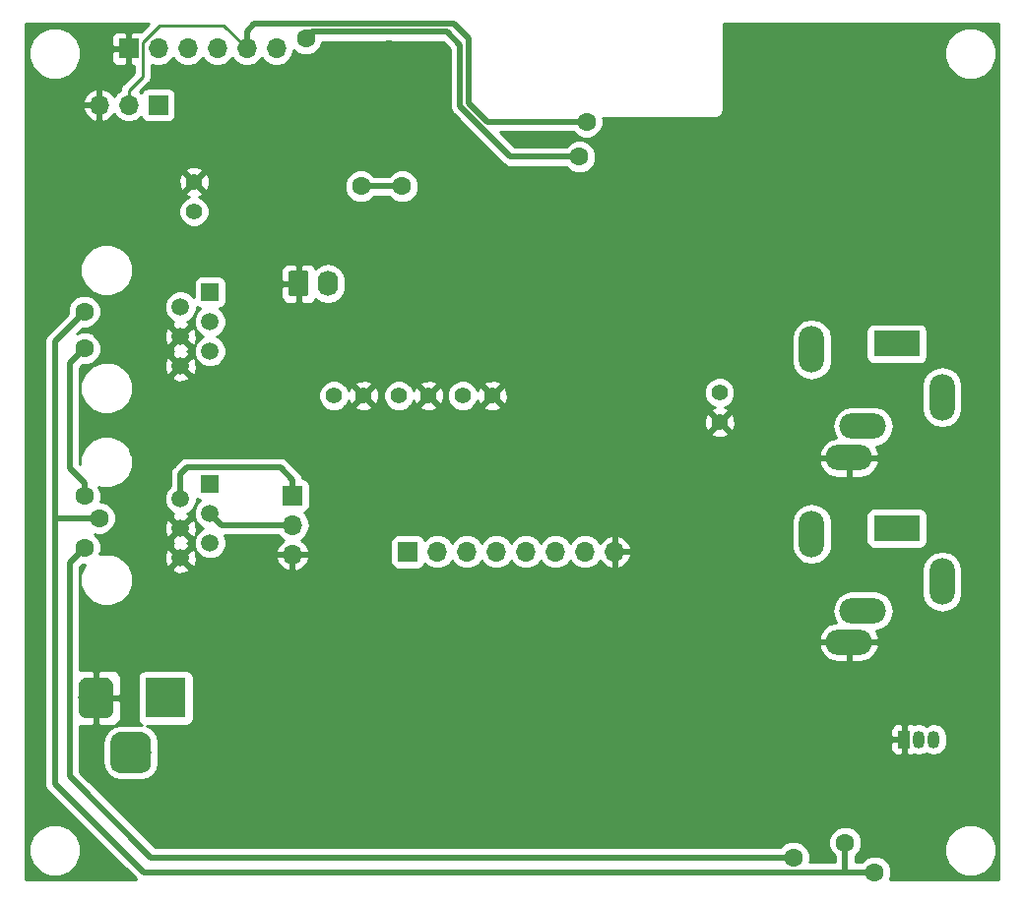
<source format=gbr>
G04 #@! TF.GenerationSoftware,KiCad,Pcbnew,5.0.2-1.fc29*
G04 #@! TF.CreationDate,2019-01-19T16:06:19+01:00*
G04 #@! TF.ProjectId,esp8266,65737038-3236-4362-9e6b-696361645f70,rev?*
G04 #@! TF.SameCoordinates,Original*
G04 #@! TF.FileFunction,Copper,L2,Bot*
G04 #@! TF.FilePolarity,Positive*
%FSLAX46Y46*%
G04 Gerber Fmt 4.6, Leading zero omitted, Abs format (unit mm)*
G04 Created by KiCad (PCBNEW 5.0.2-1.fc29) date Sat 19 Jan 2019 04:06:19 PM CET*
%MOMM*%
%LPD*%
G01*
G04 APERTURE LIST*
G04 #@! TA.AperFunction,ComponentPad*
%ADD10O,1.700000X1.700000*%
G04 #@! TD*
G04 #@! TA.AperFunction,ComponentPad*
%ADD11R,1.700000X1.700000*%
G04 #@! TD*
G04 #@! TA.AperFunction,ComponentPad*
%ADD12C,1.400000*%
G04 #@! TD*
G04 #@! TA.AperFunction,ComponentPad*
%ADD13R,1.050000X1.500000*%
G04 #@! TD*
G04 #@! TA.AperFunction,ComponentPad*
%ADD14O,1.050000X1.500000*%
G04 #@! TD*
G04 #@! TA.AperFunction,ComponentPad*
%ADD15O,1.740000X2.200000*%
G04 #@! TD*
G04 #@! TA.AperFunction,Conductor*
%ADD16C,0.100000*%
G04 #@! TD*
G04 #@! TA.AperFunction,ComponentPad*
%ADD17C,1.740000*%
G04 #@! TD*
G04 #@! TA.AperFunction,ComponentPad*
%ADD18C,3.500000*%
G04 #@! TD*
G04 #@! TA.AperFunction,ComponentPad*
%ADD19C,3.000000*%
G04 #@! TD*
G04 #@! TA.AperFunction,ComponentPad*
%ADD20R,3.500000X3.500000*%
G04 #@! TD*
G04 #@! TA.AperFunction,ComponentPad*
%ADD21R,1.520000X1.520000*%
G04 #@! TD*
G04 #@! TA.AperFunction,ComponentPad*
%ADD22C,1.520000*%
G04 #@! TD*
G04 #@! TA.AperFunction,ComponentPad*
%ADD23O,2.200000X4.000000*%
G04 #@! TD*
G04 #@! TA.AperFunction,ComponentPad*
%ADD24O,4.000000X2.200000*%
G04 #@! TD*
G04 #@! TA.AperFunction,ComponentPad*
%ADD25R,4.000000X2.200000*%
G04 #@! TD*
G04 #@! TA.AperFunction,ViaPad*
%ADD26C,2.400000*%
G04 #@! TD*
G04 #@! TA.AperFunction,ViaPad*
%ADD27C,1.600000*%
G04 #@! TD*
G04 #@! TA.AperFunction,Conductor*
%ADD28C,0.500000*%
G04 #@! TD*
G04 #@! TA.AperFunction,Conductor*
%ADD29C,0.250000*%
G04 #@! TD*
G04 #@! TA.AperFunction,Conductor*
%ADD30C,0.254000*%
G04 #@! TD*
G04 APERTURE END LIST*
D10*
G04 #@! TO.P,TP7,3*
G04 #@! TO.N,GND*
X84985000Y-69690000D03*
G04 #@! TO.P,TP7,2*
G04 #@! TO.N,/TX*
X87525000Y-69690000D03*
D11*
G04 #@! TO.P,TP7,1*
G04 #@! TO.N,/RX*
X90065000Y-69690000D03*
G04 #@! TD*
D10*
G04 #@! TO.P,TP2,3*
G04 #@! TO.N,GND*
X101600000Y-108380000D03*
G04 #@! TO.P,TP2,2*
G04 #@! TO.N,/SDA*
X101600000Y-105840000D03*
D11*
G04 #@! TO.P,TP2,1*
G04 #@! TO.N,/SCL*
X101600000Y-103300000D03*
G04 #@! TD*
D12*
G04 #@! TO.P,TP5,2*
G04 #@! TO.N,GND*
X113306000Y-94709000D03*
G04 #@! TO.P,TP5,1*
G04 #@! TO.N,/MCP1703-33/VDD*
X110766000Y-94709000D03*
G04 #@! TD*
G04 #@! TO.P,TP6,2*
G04 #@! TO.N,GND*
X118767000Y-94709000D03*
G04 #@! TO.P,TP6,1*
G04 #@! TO.N,+3V3*
X116227000Y-94709000D03*
G04 #@! TD*
D10*
G04 #@! TO.P,J13,8*
G04 #@! TO.N,GND*
X129308000Y-108152000D03*
G04 #@! TO.P,J13,7*
G04 #@! TO.N,/IO15*
X126768000Y-108152000D03*
G04 #@! TO.P,J13,6*
G04 #@! TO.N,/IO14*
X124228000Y-108152000D03*
G04 #@! TO.P,J13,5*
G04 #@! TO.N,/IO13*
X121688000Y-108152000D03*
G04 #@! TO.P,J13,4*
G04 #@! TO.N,/IO12*
X119148000Y-108152000D03*
G04 #@! TO.P,J13,3*
G04 #@! TO.N,+3V3*
X116608000Y-108152000D03*
G04 #@! TO.P,J13,2*
G04 #@! TO.N,+BATT*
X114068000Y-108152000D03*
D11*
G04 #@! TO.P,J13,1*
G04 #@! TO.N,+12V*
X111528000Y-108152000D03*
G04 #@! TD*
D12*
G04 #@! TO.P,TP3,2*
G04 #@! TO.N,GND*
X138325000Y-96995000D03*
G04 #@! TO.P,TP3,1*
G04 #@! TO.N,/IO2*
X138325000Y-94455000D03*
G04 #@! TD*
G04 #@! TO.P,TP4,2*
G04 #@! TO.N,GND*
X107718000Y-94709000D03*
G04 #@! TO.P,TP4,1*
G04 #@! TO.N,+BATT*
X105178000Y-94709000D03*
G04 #@! TD*
D13*
G04 #@! TO.P,U7,1*
G04 #@! TO.N,GND*
X154200000Y-124300000D03*
D14*
G04 #@! TO.P,U7,3*
G04 #@! TO.N,+3V3*
X156740000Y-124300000D03*
G04 #@! TO.P,U7,2*
G04 #@! TO.N,/IO2*
X155470000Y-124300000D03*
G04 #@! TD*
D15*
G04 #@! TO.P,J1,2*
G04 #@! TO.N,+BATT*
X104670000Y-85057000D03*
D16*
G04 #@! TD*
G04 #@! TO.N,GND*
G04 #@! TO.C,J1*
G36*
X102774505Y-83958204D02*
X102798773Y-83961804D01*
X102822572Y-83967765D01*
X102845671Y-83976030D01*
X102867850Y-83986520D01*
X102888893Y-83999132D01*
X102908599Y-84013747D01*
X102926777Y-84030223D01*
X102943253Y-84048401D01*
X102957868Y-84068107D01*
X102970480Y-84089150D01*
X102980970Y-84111329D01*
X102989235Y-84134428D01*
X102995196Y-84158227D01*
X102998796Y-84182495D01*
X103000000Y-84206999D01*
X103000000Y-85907001D01*
X102998796Y-85931505D01*
X102995196Y-85955773D01*
X102989235Y-85979572D01*
X102980970Y-86002671D01*
X102970480Y-86024850D01*
X102957868Y-86045893D01*
X102943253Y-86065599D01*
X102926777Y-86083777D01*
X102908599Y-86100253D01*
X102888893Y-86114868D01*
X102867850Y-86127480D01*
X102845671Y-86137970D01*
X102822572Y-86146235D01*
X102798773Y-86152196D01*
X102774505Y-86155796D01*
X102750001Y-86157000D01*
X101509999Y-86157000D01*
X101485495Y-86155796D01*
X101461227Y-86152196D01*
X101437428Y-86146235D01*
X101414329Y-86137970D01*
X101392150Y-86127480D01*
X101371107Y-86114868D01*
X101351401Y-86100253D01*
X101333223Y-86083777D01*
X101316747Y-86065599D01*
X101302132Y-86045893D01*
X101289520Y-86024850D01*
X101279030Y-86002671D01*
X101270765Y-85979572D01*
X101264804Y-85955773D01*
X101261204Y-85931505D01*
X101260000Y-85907001D01*
X101260000Y-84206999D01*
X101261204Y-84182495D01*
X101264804Y-84158227D01*
X101270765Y-84134428D01*
X101279030Y-84111329D01*
X101289520Y-84089150D01*
X101302132Y-84068107D01*
X101316747Y-84048401D01*
X101333223Y-84030223D01*
X101351401Y-84013747D01*
X101371107Y-83999132D01*
X101392150Y-83986520D01*
X101414329Y-83976030D01*
X101437428Y-83967765D01*
X101461227Y-83961804D01*
X101485495Y-83958204D01*
X101509999Y-83957000D01*
X102750001Y-83957000D01*
X102774505Y-83958204D01*
X102774505Y-83958204D01*
G37*
D17*
G04 #@! TO.P,J1,1*
G04 #@! TO.N,GND*
X102130000Y-85057000D03*
G04 #@! TD*
D16*
G04 #@! TO.N,N/C*
G04 #@! TO.C,J2*
G36*
X88660765Y-123679213D02*
X88745704Y-123691813D01*
X88828999Y-123712677D01*
X88909848Y-123741605D01*
X88987472Y-123778319D01*
X89061124Y-123822464D01*
X89130094Y-123873616D01*
X89193718Y-123931282D01*
X89251384Y-123994906D01*
X89302536Y-124063876D01*
X89346681Y-124137528D01*
X89383395Y-124215152D01*
X89412323Y-124296001D01*
X89433187Y-124379296D01*
X89445787Y-124464235D01*
X89450000Y-124550000D01*
X89450000Y-126300000D01*
X89445787Y-126385765D01*
X89433187Y-126470704D01*
X89412323Y-126553999D01*
X89383395Y-126634848D01*
X89346681Y-126712472D01*
X89302536Y-126786124D01*
X89251384Y-126855094D01*
X89193718Y-126918718D01*
X89130094Y-126976384D01*
X89061124Y-127027536D01*
X88987472Y-127071681D01*
X88909848Y-127108395D01*
X88828999Y-127137323D01*
X88745704Y-127158187D01*
X88660765Y-127170787D01*
X88575000Y-127175000D01*
X86825000Y-127175000D01*
X86739235Y-127170787D01*
X86654296Y-127158187D01*
X86571001Y-127137323D01*
X86490152Y-127108395D01*
X86412528Y-127071681D01*
X86338876Y-127027536D01*
X86269906Y-126976384D01*
X86206282Y-126918718D01*
X86148616Y-126855094D01*
X86097464Y-126786124D01*
X86053319Y-126712472D01*
X86016605Y-126634848D01*
X85987677Y-126553999D01*
X85966813Y-126470704D01*
X85954213Y-126385765D01*
X85950000Y-126300000D01*
X85950000Y-124550000D01*
X85954213Y-124464235D01*
X85966813Y-124379296D01*
X85987677Y-124296001D01*
X86016605Y-124215152D01*
X86053319Y-124137528D01*
X86097464Y-124063876D01*
X86148616Y-123994906D01*
X86206282Y-123931282D01*
X86269906Y-123873616D01*
X86338876Y-123822464D01*
X86412528Y-123778319D01*
X86490152Y-123741605D01*
X86571001Y-123712677D01*
X86654296Y-123691813D01*
X86739235Y-123679213D01*
X86825000Y-123675000D01*
X88575000Y-123675000D01*
X88660765Y-123679213D01*
X88660765Y-123679213D01*
G37*
D18*
G04 #@! TD*
G04 #@! TO.P,J2,3*
G04 #@! TO.N,N/C*
X87700000Y-125425000D03*
D16*
G04 #@! TO.N,GND*
G04 #@! TO.C,J2*
G36*
X85523513Y-118978611D02*
X85596318Y-118989411D01*
X85667714Y-119007295D01*
X85737013Y-119032090D01*
X85803548Y-119063559D01*
X85866678Y-119101398D01*
X85925795Y-119145242D01*
X85980330Y-119194670D01*
X86029758Y-119249205D01*
X86073602Y-119308322D01*
X86111441Y-119371452D01*
X86142910Y-119437987D01*
X86167705Y-119507286D01*
X86185589Y-119578682D01*
X86196389Y-119651487D01*
X86200000Y-119725000D01*
X86200000Y-121725000D01*
X86196389Y-121798513D01*
X86185589Y-121871318D01*
X86167705Y-121942714D01*
X86142910Y-122012013D01*
X86111441Y-122078548D01*
X86073602Y-122141678D01*
X86029758Y-122200795D01*
X85980330Y-122255330D01*
X85925795Y-122304758D01*
X85866678Y-122348602D01*
X85803548Y-122386441D01*
X85737013Y-122417910D01*
X85667714Y-122442705D01*
X85596318Y-122460589D01*
X85523513Y-122471389D01*
X85450000Y-122475000D01*
X83950000Y-122475000D01*
X83876487Y-122471389D01*
X83803682Y-122460589D01*
X83732286Y-122442705D01*
X83662987Y-122417910D01*
X83596452Y-122386441D01*
X83533322Y-122348602D01*
X83474205Y-122304758D01*
X83419670Y-122255330D01*
X83370242Y-122200795D01*
X83326398Y-122141678D01*
X83288559Y-122078548D01*
X83257090Y-122012013D01*
X83232295Y-121942714D01*
X83214411Y-121871318D01*
X83203611Y-121798513D01*
X83200000Y-121725000D01*
X83200000Y-119725000D01*
X83203611Y-119651487D01*
X83214411Y-119578682D01*
X83232295Y-119507286D01*
X83257090Y-119437987D01*
X83288559Y-119371452D01*
X83326398Y-119308322D01*
X83370242Y-119249205D01*
X83419670Y-119194670D01*
X83474205Y-119145242D01*
X83533322Y-119101398D01*
X83596452Y-119063559D01*
X83662987Y-119032090D01*
X83732286Y-119007295D01*
X83803682Y-118989411D01*
X83876487Y-118978611D01*
X83950000Y-118975000D01*
X85450000Y-118975000D01*
X85523513Y-118978611D01*
X85523513Y-118978611D01*
G37*
D19*
G04 #@! TD*
G04 #@! TO.P,J2,2*
G04 #@! TO.N,GND*
X84700000Y-120725000D03*
D20*
G04 #@! TO.P,J2,1*
G04 #@! TO.N,+12V*
X90700000Y-120725000D03*
G04 #@! TD*
D10*
G04 #@! TO.P,J3,6*
G04 #@! TO.N,/DTR*
X100225000Y-64845000D03*
G04 #@! TO.P,J3,5*
G04 #@! TO.N,/TX*
X97685000Y-64845000D03*
G04 #@! TO.P,J3,4*
G04 #@! TO.N,/RX*
X95145000Y-64845000D03*
G04 #@! TO.P,J3,3*
G04 #@! TO.N,/VCC_FTDI*
X92605000Y-64845000D03*
G04 #@! TO.P,J3,2*
G04 #@! TO.N,/CTS*
X90065000Y-64845000D03*
D11*
G04 #@! TO.P,J3,1*
G04 #@! TO.N,GND*
X87525000Y-64845000D03*
G04 #@! TD*
D21*
G04 #@! TO.P,J4,1*
G04 #@! TO.N,+12V*
X94510000Y-85800000D03*
D22*
G04 #@! TO.P,J4,2*
G04 #@! TO.N,/SCL*
X91970000Y-87070000D03*
G04 #@! TO.P,J4,3*
G04 #@! TO.N,/SDA*
X94510000Y-88340000D03*
G04 #@! TO.P,J4,4*
G04 #@! TO.N,GND*
X91970000Y-89610000D03*
G04 #@! TO.P,J4,5*
G04 #@! TO.N,+BATT*
X94510000Y-90880000D03*
G04 #@! TO.P,J4,6*
G04 #@! TO.N,GND*
X91970000Y-92150000D03*
G04 #@! TD*
D21*
G04 #@! TO.P,J5,1*
G04 #@! TO.N,+12V*
X94510000Y-102310000D03*
D22*
G04 #@! TO.P,J5,2*
G04 #@! TO.N,/SCL*
X91970000Y-103580000D03*
G04 #@! TO.P,J5,3*
G04 #@! TO.N,/SDA*
X94510000Y-104850000D03*
G04 #@! TO.P,J5,4*
G04 #@! TO.N,GND*
X91970000Y-106120000D03*
G04 #@! TO.P,J5,5*
G04 #@! TO.N,+BATT*
X94510000Y-107390000D03*
G04 #@! TO.P,J5,6*
G04 #@! TO.N,GND*
X91970000Y-108660000D03*
G04 #@! TD*
D12*
G04 #@! TO.P,TP1,2*
G04 #@! TO.N,GND*
X93150000Y-76325000D03*
G04 #@! TO.P,TP1,1*
G04 #@! TO.N,/MCP1703-50/5.0V*
X93150000Y-78865000D03*
G04 #@! TD*
D23*
G04 #@! TO.P,J6,S*
G04 #@! TO.N,+3V3*
X157465000Y-110720000D03*
D24*
G04 #@! TO.P,J6,R*
G04 #@! TO.N,GND*
X149465000Y-115920000D03*
G04 #@! TO.P,J6,RN*
G04 #@! TO.N,Net-(J6-PadRN)*
X150665000Y-113220000D03*
D23*
G04 #@! TO.P,J6,TN*
G04 #@! TO.N,Net-(J6-PadTN)*
X146265000Y-106620000D03*
D25*
G04 #@! TO.P,J6,T*
G04 #@! TO.N,/IO2*
X153565000Y-106120000D03*
G04 #@! TD*
D23*
G04 #@! TO.P,J7,S*
G04 #@! TO.N,+3V3*
X157465000Y-94845000D03*
D24*
G04 #@! TO.P,J7,R*
G04 #@! TO.N,GND*
X149465000Y-100045000D03*
G04 #@! TO.P,J7,RN*
G04 #@! TO.N,Net-(J7-PadRN)*
X150665000Y-97345000D03*
D23*
G04 #@! TO.P,J7,TN*
G04 #@! TO.N,Net-(J7-PadTN)*
X146265000Y-90745000D03*
D25*
G04 #@! TO.P,J7,T*
G04 #@! TO.N,/IO2*
X153565000Y-90245000D03*
G04 #@! TD*
D26*
G04 #@! TO.N,GND*
X110385000Y-123030000D03*
X118640000Y-123030000D03*
X126895000Y-123030000D03*
X135150000Y-123030000D03*
X140230000Y-123665000D03*
D27*
X153565000Y-72230000D03*
X138150000Y-85865000D03*
X101114000Y-79977000D03*
X105076000Y-71341000D03*
X109865372Y-64852372D03*
X156105000Y-78580000D03*
X147391117Y-120528884D03*
X155470000Y-128745000D03*
X84985000Y-77310000D03*
G04 #@! TO.N,/RX*
X102765000Y-63975000D03*
X126260000Y-74135000D03*
G04 #@! TO.N,/TX*
X126895000Y-71145000D03*
G04 #@! TO.N,/SDA*
X144672207Y-134457207D03*
X83715000Y-107790000D03*
X83715000Y-103345000D03*
X83715000Y-90645000D03*
G04 #@! TO.N,/SCL*
X151660000Y-135730000D03*
X84985000Y-105250000D03*
X83715000Y-87470000D03*
X149120000Y-133190000D03*
G04 #@! TO.N,+BATT*
X107500000Y-76675000D03*
X111020000Y-76675000D03*
G04 #@! TD*
D28*
G04 #@! TO.N,/RX*
X103334990Y-63405010D02*
X102765000Y-63975000D01*
X116034990Y-64544990D02*
X114895010Y-63405010D01*
X116034990Y-69832073D02*
X116034990Y-64544990D01*
X126260000Y-74135000D02*
X120337917Y-74135000D01*
X114895010Y-63405010D02*
X103334990Y-63405010D01*
X120337917Y-74135000D02*
X116034990Y-69832073D01*
G04 #@! TO.N,/TX*
X97685000Y-63340000D02*
X97685000Y-64845000D01*
X126895000Y-71145000D02*
X118337880Y-71145000D01*
X98320000Y-62705000D02*
X97685000Y-63340000D01*
X118337880Y-71145000D02*
X116735000Y-69542120D01*
X116735000Y-63975000D02*
X115465000Y-62705000D01*
X116735000Y-69542120D02*
X116735000Y-63975000D01*
X115465000Y-62705000D02*
X98320000Y-62705000D01*
D29*
X97685000Y-64845000D02*
X95705000Y-62865000D01*
X90150000Y-62865000D02*
X88700001Y-64314999D01*
X95705000Y-62865000D02*
X90150000Y-62865000D01*
X87525000Y-69690000D02*
X87525000Y-68420000D01*
X88700001Y-64314999D02*
X88700001Y-67150000D01*
X88700001Y-67244999D02*
X88700001Y-67150000D01*
X87525000Y-68420000D02*
X88700001Y-67244999D01*
D28*
G04 #@! TO.N,/SDA*
X82445000Y-109060000D02*
X83715000Y-107790000D01*
X83715000Y-102213630D02*
X82445000Y-100943630D01*
X83715000Y-103345000D02*
X83715000Y-102213630D01*
X82445000Y-100943630D02*
X82445000Y-94455000D01*
X95500000Y-105840000D02*
X94510000Y-104850000D01*
X101600000Y-105840000D02*
X95500000Y-105840000D01*
X82445000Y-94455000D02*
X82445000Y-91915000D01*
X82445000Y-91915000D02*
X83715000Y-90645000D01*
X82447793Y-127475000D02*
X89430000Y-134457207D01*
X82445000Y-127475000D02*
X82447793Y-127475000D01*
X82445000Y-127475000D02*
X82445000Y-109060000D01*
X144672207Y-134457207D02*
X89430000Y-134457207D01*
G04 #@! TO.N,/SCL*
X84985000Y-105250000D02*
X81175000Y-105250000D01*
X81175000Y-105250000D02*
X81175000Y-90645000D01*
X81175000Y-90645000D02*
X81175000Y-90010000D01*
X81175000Y-90010000D02*
X83715000Y-87470000D01*
X101600000Y-101950000D02*
X101600000Y-103300000D01*
X100549999Y-100899999D02*
X101600000Y-101950000D01*
X91970000Y-101440000D02*
X92510001Y-100899999D01*
X92510001Y-100899999D02*
X100549999Y-100899999D01*
X91970000Y-103580000D02*
X91970000Y-101440000D01*
X145945000Y-135730000D02*
X144675000Y-135730000D01*
X149120000Y-135730000D02*
X149120000Y-133825000D01*
X144675000Y-135730000D02*
X149120000Y-135730000D01*
X88795000Y-135730000D02*
X81175000Y-128110000D01*
X81175000Y-128110000D02*
X81175000Y-105250000D01*
X144675000Y-135730000D02*
X88795000Y-135730000D01*
X149120000Y-135730000D02*
X151660000Y-135730000D01*
X149120000Y-133825000D02*
X149120000Y-133190000D01*
G04 #@! TO.N,+BATT*
X107500000Y-76675000D02*
X111020000Y-76675000D01*
G04 #@! TD*
D30*
G04 #@! TO.N,GND*
G36*
X88557093Y-63383106D02*
X88501310Y-63360000D01*
X87810750Y-63360000D01*
X87652000Y-63518750D01*
X87652000Y-64718000D01*
X87672000Y-64718000D01*
X87672000Y-64972000D01*
X87652000Y-64972000D01*
X87652000Y-66171250D01*
X87810750Y-66330000D01*
X87940002Y-66330000D01*
X87940002Y-66930196D01*
X87040528Y-67829671D01*
X86977072Y-67872071D01*
X86934672Y-67935527D01*
X86934671Y-67935528D01*
X86809097Y-68123463D01*
X86750112Y-68420000D01*
X86750423Y-68421562D01*
X86454375Y-68619375D01*
X86241157Y-68938478D01*
X86180183Y-68808642D01*
X85751924Y-68418355D01*
X85341890Y-68248524D01*
X85112000Y-68369845D01*
X85112000Y-69563000D01*
X85132000Y-69563000D01*
X85132000Y-69817000D01*
X85112000Y-69817000D01*
X85112000Y-71010155D01*
X85341890Y-71131476D01*
X85751924Y-70961645D01*
X86180183Y-70571358D01*
X86241157Y-70441522D01*
X86454375Y-70760625D01*
X86945582Y-71088839D01*
X87378744Y-71175000D01*
X87671256Y-71175000D01*
X88104418Y-71088839D01*
X88595625Y-70760625D01*
X88607816Y-70742381D01*
X88616843Y-70787765D01*
X88757191Y-70997809D01*
X88967235Y-71138157D01*
X89215000Y-71187440D01*
X90915000Y-71187440D01*
X91162765Y-71138157D01*
X91372809Y-70997809D01*
X91513157Y-70787765D01*
X91562440Y-70540000D01*
X91562440Y-68840000D01*
X91513157Y-68592235D01*
X91372809Y-68382191D01*
X91162765Y-68241843D01*
X90915000Y-68192560D01*
X89215000Y-68192560D01*
X88967235Y-68241843D01*
X88757191Y-68382191D01*
X88616843Y-68592235D01*
X88607816Y-68637619D01*
X88595625Y-68619375D01*
X88478612Y-68541190D01*
X89184477Y-67835326D01*
X89247930Y-67792928D01*
X89290328Y-67729475D01*
X89290330Y-67729473D01*
X89415904Y-67541537D01*
X89415905Y-67541536D01*
X89460001Y-67319851D01*
X89460001Y-67319847D01*
X89474889Y-67245000D01*
X89460001Y-67170153D01*
X89460001Y-66226746D01*
X89485582Y-66243839D01*
X89918744Y-66330000D01*
X90211256Y-66330000D01*
X90644418Y-66243839D01*
X91135625Y-65915625D01*
X91335000Y-65617239D01*
X91534375Y-65915625D01*
X92025582Y-66243839D01*
X92458744Y-66330000D01*
X92751256Y-66330000D01*
X93184418Y-66243839D01*
X93675625Y-65915625D01*
X93875000Y-65617239D01*
X94074375Y-65915625D01*
X94565582Y-66243839D01*
X94998744Y-66330000D01*
X95291256Y-66330000D01*
X95724418Y-66243839D01*
X96215625Y-65915625D01*
X96415000Y-65617239D01*
X96614375Y-65915625D01*
X97105582Y-66243839D01*
X97538744Y-66330000D01*
X97831256Y-66330000D01*
X98264418Y-66243839D01*
X98755625Y-65915625D01*
X98955000Y-65617239D01*
X99154375Y-65915625D01*
X99645582Y-66243839D01*
X100078744Y-66330000D01*
X100371256Y-66330000D01*
X100804418Y-66243839D01*
X101295625Y-65915625D01*
X101623839Y-65424418D01*
X101716945Y-64956341D01*
X101952138Y-65191534D01*
X102479561Y-65410000D01*
X103050439Y-65410000D01*
X103577862Y-65191534D01*
X103981534Y-64787862D01*
X104187751Y-64290010D01*
X114528432Y-64290010D01*
X115149991Y-64911570D01*
X115149990Y-69744912D01*
X115132653Y-69832073D01*
X115149990Y-69919234D01*
X115149990Y-69919237D01*
X115201338Y-70177382D01*
X115396941Y-70470122D01*
X115470837Y-70519498D01*
X119650494Y-74699156D01*
X119699868Y-74773049D01*
X119773761Y-74822423D01*
X119773762Y-74822424D01*
X119961493Y-74947862D01*
X119992607Y-74968652D01*
X120250752Y-75020000D01*
X120250756Y-75020000D01*
X120337917Y-75037337D01*
X120425078Y-75020000D01*
X125115604Y-75020000D01*
X125447138Y-75351534D01*
X125974561Y-75570000D01*
X126545439Y-75570000D01*
X127072862Y-75351534D01*
X127476534Y-74947862D01*
X127695000Y-74420439D01*
X127695000Y-73849561D01*
X127476534Y-73322138D01*
X127072862Y-72918466D01*
X126545439Y-72700000D01*
X125974561Y-72700000D01*
X125447138Y-72918466D01*
X125115604Y-73250000D01*
X120704496Y-73250000D01*
X119484496Y-72030000D01*
X125750604Y-72030000D01*
X126082138Y-72361534D01*
X126609561Y-72580000D01*
X127180439Y-72580000D01*
X127707862Y-72361534D01*
X128111534Y-71957862D01*
X128330000Y-71430439D01*
X128330000Y-70859561D01*
X128297045Y-70780000D01*
X137932538Y-70780000D01*
X138000000Y-70793419D01*
X138067461Y-70780000D01*
X138067462Y-70780000D01*
X138267273Y-70740255D01*
X138493857Y-70588857D01*
X138645255Y-70362273D01*
X138698419Y-70095000D01*
X138685000Y-70027538D01*
X138685000Y-64800431D01*
X157680000Y-64800431D01*
X157680000Y-65689569D01*
X158020259Y-66511026D01*
X158648974Y-67139741D01*
X159470431Y-67480000D01*
X160359569Y-67480000D01*
X161181026Y-67139741D01*
X161809741Y-66511026D01*
X162150000Y-65689569D01*
X162150000Y-64800431D01*
X161809741Y-63978974D01*
X161181026Y-63350259D01*
X160359569Y-63010000D01*
X159470431Y-63010000D01*
X158648974Y-63350259D01*
X158020259Y-63978974D01*
X157680000Y-64800431D01*
X138685000Y-64800431D01*
X138685000Y-62685000D01*
X162315000Y-62685000D01*
X162315001Y-136315000D01*
X152970918Y-136315000D01*
X153095000Y-136015439D01*
X153095000Y-135444561D01*
X152876534Y-134917138D01*
X152472862Y-134513466D01*
X151945439Y-134295000D01*
X151374561Y-134295000D01*
X150847138Y-134513466D01*
X150515604Y-134845000D01*
X150005000Y-134845000D01*
X150005000Y-134334396D01*
X150336534Y-134002862D01*
X150555000Y-133475439D01*
X150555000Y-133380431D01*
X157680000Y-133380431D01*
X157680000Y-134269569D01*
X158020259Y-135091026D01*
X158648974Y-135719741D01*
X159470431Y-136060000D01*
X160359569Y-136060000D01*
X161181026Y-135719741D01*
X161809741Y-135091026D01*
X162150000Y-134269569D01*
X162150000Y-133380431D01*
X161809741Y-132558974D01*
X161181026Y-131930259D01*
X160359569Y-131590000D01*
X159470431Y-131590000D01*
X158648974Y-131930259D01*
X158020259Y-132558974D01*
X157680000Y-133380431D01*
X150555000Y-133380431D01*
X150555000Y-132904561D01*
X150336534Y-132377138D01*
X149932862Y-131973466D01*
X149405439Y-131755000D01*
X148834561Y-131755000D01*
X148307138Y-131973466D01*
X147903466Y-132377138D01*
X147685000Y-132904561D01*
X147685000Y-133475439D01*
X147903466Y-134002862D01*
X148235001Y-134334397D01*
X148235000Y-134845000D01*
X146064811Y-134845000D01*
X146107207Y-134742646D01*
X146107207Y-134171768D01*
X145888741Y-133644345D01*
X145485069Y-133240673D01*
X144957646Y-133022207D01*
X144386768Y-133022207D01*
X143859345Y-133240673D01*
X143527811Y-133572207D01*
X89796579Y-133572207D01*
X83330000Y-127105629D01*
X83330000Y-124550000D01*
X85302560Y-124550000D01*
X85302560Y-126300000D01*
X85418449Y-126882613D01*
X85748472Y-127376528D01*
X86242387Y-127706551D01*
X86825000Y-127822440D01*
X88575000Y-127822440D01*
X89157613Y-127706551D01*
X89651528Y-127376528D01*
X89981551Y-126882613D01*
X90097440Y-126300000D01*
X90097440Y-124585750D01*
X153040000Y-124585750D01*
X153040000Y-125176310D01*
X153136673Y-125409699D01*
X153315302Y-125588327D01*
X153548691Y-125685000D01*
X153914250Y-125685000D01*
X154073000Y-125526250D01*
X154073000Y-124427000D01*
X153198750Y-124427000D01*
X153040000Y-124585750D01*
X90097440Y-124585750D01*
X90097440Y-124550000D01*
X89981551Y-123967387D01*
X89651528Y-123473472D01*
X89577024Y-123423690D01*
X153040000Y-123423690D01*
X153040000Y-124014250D01*
X153198750Y-124173000D01*
X154073000Y-124173000D01*
X154073000Y-123960755D01*
X154310000Y-123960755D01*
X154310000Y-124639246D01*
X154327000Y-124724710D01*
X154327000Y-125526250D01*
X154485750Y-125685000D01*
X154851309Y-125685000D01*
X155016016Y-125616776D01*
X155017392Y-125617695D01*
X155470000Y-125707725D01*
X155922609Y-125617695D01*
X156105001Y-125495825D01*
X156287392Y-125617695D01*
X156740000Y-125707725D01*
X157192609Y-125617695D01*
X157576313Y-125361313D01*
X157832695Y-124977608D01*
X157900000Y-124639245D01*
X157900000Y-123960754D01*
X157832695Y-123622391D01*
X157576313Y-123238687D01*
X157192608Y-122982305D01*
X156740000Y-122892275D01*
X156287391Y-122982305D01*
X156105000Y-123104175D01*
X155922608Y-122982305D01*
X155470000Y-122892275D01*
X155017391Y-122982305D01*
X155016016Y-122983224D01*
X154851309Y-122915000D01*
X154485750Y-122915000D01*
X154327000Y-123073750D01*
X154327000Y-123875291D01*
X154310000Y-123960755D01*
X154073000Y-123960755D01*
X154073000Y-123073750D01*
X153914250Y-122915000D01*
X153548691Y-122915000D01*
X153315302Y-123011673D01*
X153136673Y-123190301D01*
X153040000Y-123423690D01*
X89577024Y-123423690D01*
X89157613Y-123143449D01*
X89051994Y-123122440D01*
X92450000Y-123122440D01*
X92697765Y-123073157D01*
X92907809Y-122932809D01*
X93048157Y-122722765D01*
X93097440Y-122475000D01*
X93097440Y-118975000D01*
X93048157Y-118727235D01*
X92907809Y-118517191D01*
X92697765Y-118376843D01*
X92450000Y-118327560D01*
X88950000Y-118327560D01*
X88702235Y-118376843D01*
X88492191Y-118517191D01*
X88351843Y-118727235D01*
X88302560Y-118975000D01*
X88302560Y-122475000D01*
X88351843Y-122722765D01*
X88492191Y-122932809D01*
X88659001Y-123044269D01*
X88575000Y-123027560D01*
X86825000Y-123027560D01*
X86242387Y-123143449D01*
X85748472Y-123473472D01*
X85418449Y-123967387D01*
X85302560Y-124550000D01*
X83330000Y-124550000D01*
X83330000Y-123110000D01*
X84414250Y-123110000D01*
X84573000Y-122951250D01*
X84573000Y-120852000D01*
X84827000Y-120852000D01*
X84827000Y-122951250D01*
X84985750Y-123110000D01*
X86326309Y-123110000D01*
X86559698Y-123013327D01*
X86738327Y-122834699D01*
X86835000Y-122601310D01*
X86835000Y-121010750D01*
X86676250Y-120852000D01*
X84827000Y-120852000D01*
X84573000Y-120852000D01*
X84553000Y-120852000D01*
X84553000Y-120598000D01*
X84573000Y-120598000D01*
X84573000Y-118498750D01*
X84827000Y-118498750D01*
X84827000Y-120598000D01*
X86676250Y-120598000D01*
X86835000Y-120439250D01*
X86835000Y-118848690D01*
X86738327Y-118615301D01*
X86559698Y-118436673D01*
X86326309Y-118340000D01*
X84985750Y-118340000D01*
X84827000Y-118498750D01*
X84573000Y-118498750D01*
X84414250Y-118340000D01*
X83330000Y-118340000D01*
X83330000Y-116316122D01*
X146875825Y-116316122D01*
X146913469Y-116466624D01*
X147248368Y-117057028D01*
X147783712Y-117474330D01*
X148438000Y-117655000D01*
X149338000Y-117655000D01*
X149338000Y-116047000D01*
X149592000Y-116047000D01*
X149592000Y-117655000D01*
X150492000Y-117655000D01*
X151146288Y-117474330D01*
X151681632Y-117057028D01*
X152016531Y-116466624D01*
X152054175Y-116316122D01*
X151936125Y-116047000D01*
X149592000Y-116047000D01*
X149338000Y-116047000D01*
X146993875Y-116047000D01*
X146875825Y-116316122D01*
X83330000Y-116316122D01*
X83330000Y-115523878D01*
X146875825Y-115523878D01*
X146993875Y-115793000D01*
X149338000Y-115793000D01*
X149338000Y-115773000D01*
X149592000Y-115773000D01*
X149592000Y-115793000D01*
X151936125Y-115793000D01*
X152054175Y-115523878D01*
X152016531Y-115373376D01*
X151774819Y-114947255D01*
X152241963Y-114854334D01*
X152815865Y-114470865D01*
X153199334Y-113896963D01*
X153333990Y-113220000D01*
X153199334Y-112543037D01*
X152815865Y-111969135D01*
X152549087Y-111790879D01*
X155730000Y-111790879D01*
X155830666Y-112296962D01*
X156214135Y-112870865D01*
X156788037Y-113254334D01*
X157465000Y-113388990D01*
X158141962Y-113254334D01*
X158715865Y-112870865D01*
X159099334Y-112296963D01*
X159200000Y-111790880D01*
X159200000Y-109649120D01*
X159099334Y-109143037D01*
X158715865Y-108569135D01*
X158141963Y-108185666D01*
X157465000Y-108051010D01*
X156788038Y-108185666D01*
X156214136Y-108569135D01*
X155830667Y-109143037D01*
X155730001Y-109649120D01*
X155730000Y-111790879D01*
X152549087Y-111790879D01*
X152241963Y-111585666D01*
X151735880Y-111485000D01*
X149594120Y-111485000D01*
X149088037Y-111585666D01*
X148514135Y-111969135D01*
X148130666Y-112543037D01*
X147996010Y-113220000D01*
X148130666Y-113896963D01*
X148341020Y-114211779D01*
X147783712Y-114365670D01*
X147248368Y-114782972D01*
X146913469Y-115373376D01*
X146875825Y-115523878D01*
X83330000Y-115523878D01*
X83330000Y-109426578D01*
X83531578Y-109225000D01*
X83758878Y-109225000D01*
X83704065Y-109279813D01*
X83360000Y-110110458D01*
X83360000Y-111009542D01*
X83704065Y-111840187D01*
X84339813Y-112475935D01*
X85170458Y-112820000D01*
X86069542Y-112820000D01*
X86900187Y-112475935D01*
X87535935Y-111840187D01*
X87880000Y-111009542D01*
X87880000Y-110110458D01*
X87684618Y-109638764D01*
X91170841Y-109638764D01*
X91240059Y-109880742D01*
X91762780Y-110067155D01*
X92317049Y-110039341D01*
X92699941Y-109880742D01*
X92769159Y-109638764D01*
X91970000Y-108839605D01*
X91170841Y-109638764D01*
X87684618Y-109638764D01*
X87535935Y-109279813D01*
X86900187Y-108644065D01*
X86438385Y-108452780D01*
X90562845Y-108452780D01*
X90590659Y-109007049D01*
X90749258Y-109389941D01*
X90991236Y-109459159D01*
X91790395Y-108660000D01*
X92149605Y-108660000D01*
X92948764Y-109459159D01*
X93190742Y-109389941D01*
X93377155Y-108867220D01*
X93349341Y-108312951D01*
X93190742Y-107930059D01*
X92948764Y-107860841D01*
X92149605Y-108660000D01*
X91790395Y-108660000D01*
X90991236Y-107860841D01*
X90749258Y-107930059D01*
X90562845Y-108452780D01*
X86438385Y-108452780D01*
X86069542Y-108300000D01*
X85170458Y-108300000D01*
X85033482Y-108356737D01*
X85150000Y-108075439D01*
X85150000Y-107504561D01*
X84981914Y-107098764D01*
X91170841Y-107098764D01*
X91240059Y-107340742D01*
X91367863Y-107386320D01*
X91240059Y-107439258D01*
X91170841Y-107681236D01*
X91970000Y-108480395D01*
X92769159Y-107681236D01*
X92699941Y-107439258D01*
X92572137Y-107393680D01*
X92699941Y-107340742D01*
X92769159Y-107098764D01*
X91970000Y-106299605D01*
X91170841Y-107098764D01*
X84981914Y-107098764D01*
X84931534Y-106977138D01*
X84596853Y-106642457D01*
X84699561Y-106685000D01*
X85270439Y-106685000D01*
X85797862Y-106466534D01*
X86201534Y-106062862D01*
X86263700Y-105912780D01*
X90562845Y-105912780D01*
X90590659Y-106467049D01*
X90749258Y-106849941D01*
X90991236Y-106919159D01*
X91790395Y-106120000D01*
X92149605Y-106120000D01*
X92948764Y-106919159D01*
X93190742Y-106849941D01*
X93377155Y-106327220D01*
X93349341Y-105772951D01*
X93190742Y-105390059D01*
X92948764Y-105320841D01*
X92149605Y-106120000D01*
X91790395Y-106120000D01*
X90991236Y-105320841D01*
X90749258Y-105390059D01*
X90562845Y-105912780D01*
X86263700Y-105912780D01*
X86420000Y-105535439D01*
X86420000Y-104964561D01*
X86201534Y-104437138D01*
X85797862Y-104033466D01*
X85270439Y-103815000D01*
X85073552Y-103815000D01*
X85150000Y-103630439D01*
X85150000Y-103302517D01*
X90575000Y-103302517D01*
X90575000Y-103857483D01*
X90787376Y-104370204D01*
X91179796Y-104762624D01*
X91374859Y-104843422D01*
X91240059Y-104899258D01*
X91170841Y-105141236D01*
X91970000Y-105940395D01*
X92769159Y-105141236D01*
X92699941Y-104899258D01*
X92555069Y-104847594D01*
X92760204Y-104762624D01*
X93152624Y-104370204D01*
X93365000Y-103857483D01*
X93365000Y-103576459D01*
X93502235Y-103668157D01*
X93683049Y-103704123D01*
X93327376Y-104059796D01*
X93115000Y-104572517D01*
X93115000Y-105127483D01*
X93327376Y-105640204D01*
X93719796Y-106032624D01*
X93930740Y-106120000D01*
X93719796Y-106207376D01*
X93327376Y-106599796D01*
X93115000Y-107112517D01*
X93115000Y-107667483D01*
X93327376Y-108180204D01*
X93719796Y-108572624D01*
X94232517Y-108785000D01*
X94787483Y-108785000D01*
X94903630Y-108736890D01*
X100158524Y-108736890D01*
X100328355Y-109146924D01*
X100718642Y-109575183D01*
X101243108Y-109821486D01*
X101473000Y-109700819D01*
X101473000Y-108507000D01*
X101727000Y-108507000D01*
X101727000Y-109700819D01*
X101956892Y-109821486D01*
X102481358Y-109575183D01*
X102871645Y-109146924D01*
X103041476Y-108736890D01*
X102920155Y-108507000D01*
X101727000Y-108507000D01*
X101473000Y-108507000D01*
X100279845Y-108507000D01*
X100158524Y-108736890D01*
X94903630Y-108736890D01*
X95300204Y-108572624D01*
X95692624Y-108180204D01*
X95905000Y-107667483D01*
X95905000Y-107112517D01*
X95744485Y-106725000D01*
X100405344Y-106725000D01*
X100529375Y-106910625D01*
X100848478Y-107123843D01*
X100718642Y-107184817D01*
X100328355Y-107613076D01*
X100158524Y-108023110D01*
X100279845Y-108253000D01*
X101473000Y-108253000D01*
X101473000Y-108233000D01*
X101727000Y-108233000D01*
X101727000Y-108253000D01*
X102920155Y-108253000D01*
X103041476Y-108023110D01*
X102871645Y-107613076D01*
X102588151Y-107302000D01*
X110030560Y-107302000D01*
X110030560Y-109002000D01*
X110079843Y-109249765D01*
X110220191Y-109459809D01*
X110430235Y-109600157D01*
X110678000Y-109649440D01*
X112378000Y-109649440D01*
X112625765Y-109600157D01*
X112835809Y-109459809D01*
X112976157Y-109249765D01*
X112985184Y-109204381D01*
X112997375Y-109222625D01*
X113488582Y-109550839D01*
X113921744Y-109637000D01*
X114214256Y-109637000D01*
X114647418Y-109550839D01*
X115138625Y-109222625D01*
X115338000Y-108924239D01*
X115537375Y-109222625D01*
X116028582Y-109550839D01*
X116461744Y-109637000D01*
X116754256Y-109637000D01*
X117187418Y-109550839D01*
X117678625Y-109222625D01*
X117878000Y-108924239D01*
X118077375Y-109222625D01*
X118568582Y-109550839D01*
X119001744Y-109637000D01*
X119294256Y-109637000D01*
X119727418Y-109550839D01*
X120218625Y-109222625D01*
X120418000Y-108924239D01*
X120617375Y-109222625D01*
X121108582Y-109550839D01*
X121541744Y-109637000D01*
X121834256Y-109637000D01*
X122267418Y-109550839D01*
X122758625Y-109222625D01*
X122958000Y-108924239D01*
X123157375Y-109222625D01*
X123648582Y-109550839D01*
X124081744Y-109637000D01*
X124374256Y-109637000D01*
X124807418Y-109550839D01*
X125298625Y-109222625D01*
X125498000Y-108924239D01*
X125697375Y-109222625D01*
X126188582Y-109550839D01*
X126621744Y-109637000D01*
X126914256Y-109637000D01*
X127347418Y-109550839D01*
X127838625Y-109222625D01*
X128051843Y-108903522D01*
X128112817Y-109033358D01*
X128541076Y-109423645D01*
X128951110Y-109593476D01*
X129181000Y-109472155D01*
X129181000Y-108279000D01*
X129435000Y-108279000D01*
X129435000Y-109472155D01*
X129664890Y-109593476D01*
X130074924Y-109423645D01*
X130503183Y-109033358D01*
X130749486Y-108508892D01*
X130628819Y-108279000D01*
X129435000Y-108279000D01*
X129181000Y-108279000D01*
X129161000Y-108279000D01*
X129161000Y-108025000D01*
X129181000Y-108025000D01*
X129181000Y-106831845D01*
X129435000Y-106831845D01*
X129435000Y-108025000D01*
X130628819Y-108025000D01*
X130749486Y-107795108D01*
X130700538Y-107690879D01*
X144530000Y-107690879D01*
X144630666Y-108196962D01*
X145014135Y-108770865D01*
X145588037Y-109154334D01*
X146265000Y-109288990D01*
X146941962Y-109154334D01*
X147515865Y-108770865D01*
X147899334Y-108196963D01*
X148000000Y-107690880D01*
X148000000Y-105549120D01*
X147899334Y-105043037D01*
X147883942Y-105020000D01*
X150917560Y-105020000D01*
X150917560Y-107220000D01*
X150966843Y-107467765D01*
X151107191Y-107677809D01*
X151317235Y-107818157D01*
X151565000Y-107867440D01*
X155565000Y-107867440D01*
X155812765Y-107818157D01*
X156022809Y-107677809D01*
X156163157Y-107467765D01*
X156212440Y-107220000D01*
X156212440Y-105020000D01*
X156163157Y-104772235D01*
X156022809Y-104562191D01*
X155812765Y-104421843D01*
X155565000Y-104372560D01*
X151565000Y-104372560D01*
X151317235Y-104421843D01*
X151107191Y-104562191D01*
X150966843Y-104772235D01*
X150917560Y-105020000D01*
X147883942Y-105020000D01*
X147515865Y-104469135D01*
X146941963Y-104085666D01*
X146265000Y-103951010D01*
X145588038Y-104085666D01*
X145014136Y-104469135D01*
X144630667Y-105043037D01*
X144530001Y-105549120D01*
X144530000Y-107690879D01*
X130700538Y-107690879D01*
X130503183Y-107270642D01*
X130074924Y-106880355D01*
X129664890Y-106710524D01*
X129435000Y-106831845D01*
X129181000Y-106831845D01*
X128951110Y-106710524D01*
X128541076Y-106880355D01*
X128112817Y-107270642D01*
X128051843Y-107400478D01*
X127838625Y-107081375D01*
X127347418Y-106753161D01*
X126914256Y-106667000D01*
X126621744Y-106667000D01*
X126188582Y-106753161D01*
X125697375Y-107081375D01*
X125498000Y-107379761D01*
X125298625Y-107081375D01*
X124807418Y-106753161D01*
X124374256Y-106667000D01*
X124081744Y-106667000D01*
X123648582Y-106753161D01*
X123157375Y-107081375D01*
X122958000Y-107379761D01*
X122758625Y-107081375D01*
X122267418Y-106753161D01*
X121834256Y-106667000D01*
X121541744Y-106667000D01*
X121108582Y-106753161D01*
X120617375Y-107081375D01*
X120418000Y-107379761D01*
X120218625Y-107081375D01*
X119727418Y-106753161D01*
X119294256Y-106667000D01*
X119001744Y-106667000D01*
X118568582Y-106753161D01*
X118077375Y-107081375D01*
X117878000Y-107379761D01*
X117678625Y-107081375D01*
X117187418Y-106753161D01*
X116754256Y-106667000D01*
X116461744Y-106667000D01*
X116028582Y-106753161D01*
X115537375Y-107081375D01*
X115338000Y-107379761D01*
X115138625Y-107081375D01*
X114647418Y-106753161D01*
X114214256Y-106667000D01*
X113921744Y-106667000D01*
X113488582Y-106753161D01*
X112997375Y-107081375D01*
X112985184Y-107099619D01*
X112976157Y-107054235D01*
X112835809Y-106844191D01*
X112625765Y-106703843D01*
X112378000Y-106654560D01*
X110678000Y-106654560D01*
X110430235Y-106703843D01*
X110220191Y-106844191D01*
X110079843Y-107054235D01*
X110030560Y-107302000D01*
X102588151Y-107302000D01*
X102481358Y-107184817D01*
X102351522Y-107123843D01*
X102670625Y-106910625D01*
X102998839Y-106419418D01*
X103114092Y-105840000D01*
X102998839Y-105260582D01*
X102670625Y-104769375D01*
X102652381Y-104757184D01*
X102697765Y-104748157D01*
X102907809Y-104607809D01*
X103048157Y-104397765D01*
X103097440Y-104150000D01*
X103097440Y-102450000D01*
X103048157Y-102202235D01*
X102907809Y-101992191D01*
X102697765Y-101851843D01*
X102473959Y-101807326D01*
X102433652Y-101604690D01*
X102238049Y-101311951D01*
X102164156Y-101262577D01*
X101342701Y-100441122D01*
X146875825Y-100441122D01*
X146913469Y-100591624D01*
X147248368Y-101182028D01*
X147783712Y-101599330D01*
X148438000Y-101780000D01*
X149338000Y-101780000D01*
X149338000Y-100172000D01*
X149592000Y-100172000D01*
X149592000Y-101780000D01*
X150492000Y-101780000D01*
X151146288Y-101599330D01*
X151681632Y-101182028D01*
X152016531Y-100591624D01*
X152054175Y-100441122D01*
X151936125Y-100172000D01*
X149592000Y-100172000D01*
X149338000Y-100172000D01*
X146993875Y-100172000D01*
X146875825Y-100441122D01*
X101342701Y-100441122D01*
X101237424Y-100335846D01*
X101188048Y-100261950D01*
X100895309Y-100066347D01*
X100637164Y-100014999D01*
X100637160Y-100014999D01*
X100549999Y-99997662D01*
X100462838Y-100014999D01*
X92597162Y-100014999D01*
X92510001Y-99997662D01*
X92422840Y-100014999D01*
X92422836Y-100014999D01*
X92164691Y-100066347D01*
X91871952Y-100261950D01*
X91822576Y-100335846D01*
X91405845Y-100752577D01*
X91331952Y-100801951D01*
X91282578Y-100875844D01*
X91282576Y-100875846D01*
X91136348Y-101094691D01*
X91067663Y-101440000D01*
X91085001Y-101527165D01*
X91085001Y-102492171D01*
X90787376Y-102789796D01*
X90575000Y-103302517D01*
X85150000Y-103302517D01*
X85150000Y-103059561D01*
X84945982Y-102567019D01*
X85170458Y-102660000D01*
X86069542Y-102660000D01*
X86900187Y-102315935D01*
X87535935Y-101680187D01*
X87880000Y-100849542D01*
X87880000Y-99950458D01*
X87755082Y-99648878D01*
X146875825Y-99648878D01*
X146993875Y-99918000D01*
X149338000Y-99918000D01*
X149338000Y-99898000D01*
X149592000Y-99898000D01*
X149592000Y-99918000D01*
X151936125Y-99918000D01*
X152054175Y-99648878D01*
X152016531Y-99498376D01*
X151774819Y-99072255D01*
X152241963Y-98979334D01*
X152815865Y-98595865D01*
X153199334Y-98021963D01*
X153333990Y-97345000D01*
X153199334Y-96668037D01*
X152815865Y-96094135D01*
X152549087Y-95915879D01*
X155730000Y-95915879D01*
X155830666Y-96421962D01*
X156214135Y-96995865D01*
X156788037Y-97379334D01*
X157465000Y-97513990D01*
X158141962Y-97379334D01*
X158715865Y-96995865D01*
X159099334Y-96421963D01*
X159200000Y-95915880D01*
X159200000Y-93774120D01*
X159099334Y-93268037D01*
X158715865Y-92694135D01*
X158141963Y-92310666D01*
X157465000Y-92176010D01*
X156788038Y-92310666D01*
X156214136Y-92694135D01*
X155830667Y-93268037D01*
X155730001Y-93774120D01*
X155730000Y-95915879D01*
X152549087Y-95915879D01*
X152241963Y-95710666D01*
X151735880Y-95610000D01*
X149594120Y-95610000D01*
X149088037Y-95710666D01*
X148514135Y-96094135D01*
X148130666Y-96668037D01*
X147996010Y-97345000D01*
X148130666Y-98021963D01*
X148341020Y-98336779D01*
X147783712Y-98490670D01*
X147248368Y-98907972D01*
X146913469Y-99498376D01*
X146875825Y-99648878D01*
X87755082Y-99648878D01*
X87535935Y-99119813D01*
X86900187Y-98484065D01*
X86069542Y-98140000D01*
X85170458Y-98140000D01*
X84339813Y-98484065D01*
X83704065Y-99119813D01*
X83360000Y-99950458D01*
X83360000Y-100607052D01*
X83330000Y-100577052D01*
X83330000Y-97930275D01*
X137569331Y-97930275D01*
X137631169Y-98166042D01*
X138132122Y-98342419D01*
X138662440Y-98313664D01*
X139018831Y-98166042D01*
X139080669Y-97930275D01*
X138325000Y-97174605D01*
X137569331Y-97930275D01*
X83330000Y-97930275D01*
X83330000Y-96802122D01*
X136977581Y-96802122D01*
X137006336Y-97332440D01*
X137153958Y-97688831D01*
X137389725Y-97750669D01*
X138145395Y-96995000D01*
X138504605Y-96995000D01*
X139260275Y-97750669D01*
X139496042Y-97688831D01*
X139672419Y-97187878D01*
X139643664Y-96657560D01*
X139496042Y-96301169D01*
X139260275Y-96239331D01*
X138504605Y-96995000D01*
X138145395Y-96995000D01*
X137389725Y-96239331D01*
X137153958Y-96301169D01*
X136977581Y-96802122D01*
X83330000Y-96802122D01*
X83330000Y-93600458D01*
X83360000Y-93600458D01*
X83360000Y-94499542D01*
X83704065Y-95330187D01*
X84339813Y-95965935D01*
X85170458Y-96310000D01*
X86069542Y-96310000D01*
X86900187Y-95965935D01*
X87535935Y-95330187D01*
X87880000Y-94499542D01*
X87880000Y-94443452D01*
X103843000Y-94443452D01*
X103843000Y-94974548D01*
X104046242Y-95465217D01*
X104421783Y-95840758D01*
X104912452Y-96044000D01*
X105443548Y-96044000D01*
X105934217Y-95840758D01*
X106130700Y-95644275D01*
X106962331Y-95644275D01*
X107024169Y-95880042D01*
X107525122Y-96056419D01*
X108055440Y-96027664D01*
X108411831Y-95880042D01*
X108473669Y-95644275D01*
X107718000Y-94888605D01*
X106962331Y-95644275D01*
X106130700Y-95644275D01*
X106309758Y-95465217D01*
X106441279Y-95147698D01*
X106546958Y-95402831D01*
X106782725Y-95464669D01*
X107538395Y-94709000D01*
X107897605Y-94709000D01*
X108653275Y-95464669D01*
X108889042Y-95402831D01*
X109065419Y-94901878D01*
X109040563Y-94443452D01*
X109431000Y-94443452D01*
X109431000Y-94974548D01*
X109634242Y-95465217D01*
X110009783Y-95840758D01*
X110500452Y-96044000D01*
X111031548Y-96044000D01*
X111522217Y-95840758D01*
X111718700Y-95644275D01*
X112550331Y-95644275D01*
X112612169Y-95880042D01*
X113113122Y-96056419D01*
X113643440Y-96027664D01*
X113999831Y-95880042D01*
X114061669Y-95644275D01*
X113306000Y-94888605D01*
X112550331Y-95644275D01*
X111718700Y-95644275D01*
X111897758Y-95465217D01*
X112029279Y-95147698D01*
X112134958Y-95402831D01*
X112370725Y-95464669D01*
X113126395Y-94709000D01*
X113485605Y-94709000D01*
X114241275Y-95464669D01*
X114477042Y-95402831D01*
X114653419Y-94901878D01*
X114628563Y-94443452D01*
X114892000Y-94443452D01*
X114892000Y-94974548D01*
X115095242Y-95465217D01*
X115470783Y-95840758D01*
X115961452Y-96044000D01*
X116492548Y-96044000D01*
X116983217Y-95840758D01*
X117179700Y-95644275D01*
X118011331Y-95644275D01*
X118073169Y-95880042D01*
X118574122Y-96056419D01*
X119104440Y-96027664D01*
X119460831Y-95880042D01*
X119522669Y-95644275D01*
X118767000Y-94888605D01*
X118011331Y-95644275D01*
X117179700Y-95644275D01*
X117358758Y-95465217D01*
X117490279Y-95147698D01*
X117595958Y-95402831D01*
X117831725Y-95464669D01*
X118587395Y-94709000D01*
X118946605Y-94709000D01*
X119702275Y-95464669D01*
X119938042Y-95402831D01*
X120114419Y-94901878D01*
X120085664Y-94371560D01*
X120010233Y-94189452D01*
X136990000Y-94189452D01*
X136990000Y-94720548D01*
X137193242Y-95211217D01*
X137568783Y-95586758D01*
X137886302Y-95718279D01*
X137631169Y-95823958D01*
X137569331Y-96059725D01*
X138325000Y-96815395D01*
X139080669Y-96059725D01*
X139018831Y-95823958D01*
X138743013Y-95726847D01*
X139081217Y-95586758D01*
X139456758Y-95211217D01*
X139660000Y-94720548D01*
X139660000Y-94189452D01*
X139456758Y-93698783D01*
X139081217Y-93323242D01*
X138590548Y-93120000D01*
X138059452Y-93120000D01*
X137568783Y-93323242D01*
X137193242Y-93698783D01*
X136990000Y-94189452D01*
X120010233Y-94189452D01*
X119938042Y-94015169D01*
X119702275Y-93953331D01*
X118946605Y-94709000D01*
X118587395Y-94709000D01*
X117831725Y-93953331D01*
X117595958Y-94015169D01*
X117498847Y-94290987D01*
X117358758Y-93952783D01*
X117179700Y-93773725D01*
X118011331Y-93773725D01*
X118767000Y-94529395D01*
X119522669Y-93773725D01*
X119460831Y-93537958D01*
X118959878Y-93361581D01*
X118429560Y-93390336D01*
X118073169Y-93537958D01*
X118011331Y-93773725D01*
X117179700Y-93773725D01*
X116983217Y-93577242D01*
X116492548Y-93374000D01*
X115961452Y-93374000D01*
X115470783Y-93577242D01*
X115095242Y-93952783D01*
X114892000Y-94443452D01*
X114628563Y-94443452D01*
X114624664Y-94371560D01*
X114477042Y-94015169D01*
X114241275Y-93953331D01*
X113485605Y-94709000D01*
X113126395Y-94709000D01*
X112370725Y-93953331D01*
X112134958Y-94015169D01*
X112037847Y-94290987D01*
X111897758Y-93952783D01*
X111718700Y-93773725D01*
X112550331Y-93773725D01*
X113306000Y-94529395D01*
X114061669Y-93773725D01*
X113999831Y-93537958D01*
X113498878Y-93361581D01*
X112968560Y-93390336D01*
X112612169Y-93537958D01*
X112550331Y-93773725D01*
X111718700Y-93773725D01*
X111522217Y-93577242D01*
X111031548Y-93374000D01*
X110500452Y-93374000D01*
X110009783Y-93577242D01*
X109634242Y-93952783D01*
X109431000Y-94443452D01*
X109040563Y-94443452D01*
X109036664Y-94371560D01*
X108889042Y-94015169D01*
X108653275Y-93953331D01*
X107897605Y-94709000D01*
X107538395Y-94709000D01*
X106782725Y-93953331D01*
X106546958Y-94015169D01*
X106449847Y-94290987D01*
X106309758Y-93952783D01*
X106130700Y-93773725D01*
X106962331Y-93773725D01*
X107718000Y-94529395D01*
X108473669Y-93773725D01*
X108411831Y-93537958D01*
X107910878Y-93361581D01*
X107380560Y-93390336D01*
X107024169Y-93537958D01*
X106962331Y-93773725D01*
X106130700Y-93773725D01*
X105934217Y-93577242D01*
X105443548Y-93374000D01*
X104912452Y-93374000D01*
X104421783Y-93577242D01*
X104046242Y-93952783D01*
X103843000Y-94443452D01*
X87880000Y-94443452D01*
X87880000Y-93600458D01*
X87684618Y-93128764D01*
X91170841Y-93128764D01*
X91240059Y-93370742D01*
X91762780Y-93557155D01*
X92317049Y-93529341D01*
X92699941Y-93370742D01*
X92769159Y-93128764D01*
X91970000Y-92329605D01*
X91170841Y-93128764D01*
X87684618Y-93128764D01*
X87535935Y-92769813D01*
X86900187Y-92134065D01*
X86438385Y-91942780D01*
X90562845Y-91942780D01*
X90590659Y-92497049D01*
X90749258Y-92879941D01*
X90991236Y-92949159D01*
X91790395Y-92150000D01*
X92149605Y-92150000D01*
X92948764Y-92949159D01*
X93190742Y-92879941D01*
X93377155Y-92357220D01*
X93349341Y-91802951D01*
X93190742Y-91420059D01*
X92948764Y-91350841D01*
X92149605Y-92150000D01*
X91790395Y-92150000D01*
X90991236Y-91350841D01*
X90749258Y-91420059D01*
X90562845Y-91942780D01*
X86438385Y-91942780D01*
X86069542Y-91790000D01*
X85170458Y-91790000D01*
X84339813Y-92134065D01*
X83704065Y-92769813D01*
X83360000Y-93600458D01*
X83330000Y-93600458D01*
X83330000Y-92281578D01*
X83531578Y-92080000D01*
X84000439Y-92080000D01*
X84527862Y-91861534D01*
X84931534Y-91457862D01*
X85150000Y-90930439D01*
X85150000Y-90588764D01*
X91170841Y-90588764D01*
X91240059Y-90830742D01*
X91367863Y-90876320D01*
X91240059Y-90929258D01*
X91170841Y-91171236D01*
X91970000Y-91970395D01*
X92769159Y-91171236D01*
X92699941Y-90929258D01*
X92572137Y-90883680D01*
X92699941Y-90830742D01*
X92769159Y-90588764D01*
X91970000Y-89789605D01*
X91170841Y-90588764D01*
X85150000Y-90588764D01*
X85150000Y-90359561D01*
X84931534Y-89832138D01*
X84527862Y-89428466D01*
X84465851Y-89402780D01*
X90562845Y-89402780D01*
X90590659Y-89957049D01*
X90749258Y-90339941D01*
X90991236Y-90409159D01*
X91790395Y-89610000D01*
X92149605Y-89610000D01*
X92948764Y-90409159D01*
X93190742Y-90339941D01*
X93377155Y-89817220D01*
X93349341Y-89262951D01*
X93190742Y-88880059D01*
X92948764Y-88810841D01*
X92149605Y-89610000D01*
X91790395Y-89610000D01*
X90991236Y-88810841D01*
X90749258Y-88880059D01*
X90562845Y-89402780D01*
X84465851Y-89402780D01*
X84000439Y-89210000D01*
X83429561Y-89210000D01*
X83083048Y-89353531D01*
X83531579Y-88905000D01*
X84000439Y-88905000D01*
X84527862Y-88686534D01*
X84931534Y-88282862D01*
X85150000Y-87755439D01*
X85150000Y-87184561D01*
X84987610Y-86792517D01*
X90575000Y-86792517D01*
X90575000Y-87347483D01*
X90787376Y-87860204D01*
X91179796Y-88252624D01*
X91374859Y-88333422D01*
X91240059Y-88389258D01*
X91170841Y-88631236D01*
X91970000Y-89430395D01*
X92769159Y-88631236D01*
X92699941Y-88389258D01*
X92555069Y-88337594D01*
X92760204Y-88252624D01*
X93152624Y-87860204D01*
X93365000Y-87347483D01*
X93365000Y-87066459D01*
X93502235Y-87158157D01*
X93683049Y-87194123D01*
X93327376Y-87549796D01*
X93115000Y-88062517D01*
X93115000Y-88617483D01*
X93327376Y-89130204D01*
X93719796Y-89522624D01*
X93930740Y-89610000D01*
X93719796Y-89697376D01*
X93327376Y-90089796D01*
X93115000Y-90602517D01*
X93115000Y-91157483D01*
X93327376Y-91670204D01*
X93719796Y-92062624D01*
X94232517Y-92275000D01*
X94787483Y-92275000D01*
X95300204Y-92062624D01*
X95546949Y-91815879D01*
X144530000Y-91815879D01*
X144630666Y-92321962D01*
X145014135Y-92895865D01*
X145588037Y-93279334D01*
X146265000Y-93413990D01*
X146941962Y-93279334D01*
X147515865Y-92895865D01*
X147899334Y-92321963D01*
X148000000Y-91815880D01*
X148000000Y-89674120D01*
X147899334Y-89168037D01*
X147883942Y-89145000D01*
X150917560Y-89145000D01*
X150917560Y-91345000D01*
X150966843Y-91592765D01*
X151107191Y-91802809D01*
X151317235Y-91943157D01*
X151565000Y-91992440D01*
X155565000Y-91992440D01*
X155812765Y-91943157D01*
X156022809Y-91802809D01*
X156163157Y-91592765D01*
X156212440Y-91345000D01*
X156212440Y-89145000D01*
X156163157Y-88897235D01*
X156022809Y-88687191D01*
X155812765Y-88546843D01*
X155565000Y-88497560D01*
X151565000Y-88497560D01*
X151317235Y-88546843D01*
X151107191Y-88687191D01*
X150966843Y-88897235D01*
X150917560Y-89145000D01*
X147883942Y-89145000D01*
X147515865Y-88594135D01*
X146941963Y-88210666D01*
X146265000Y-88076010D01*
X145588038Y-88210666D01*
X145014136Y-88594135D01*
X144630667Y-89168037D01*
X144530001Y-89674120D01*
X144530000Y-91815879D01*
X95546949Y-91815879D01*
X95692624Y-91670204D01*
X95905000Y-91157483D01*
X95905000Y-90602517D01*
X95692624Y-90089796D01*
X95300204Y-89697376D01*
X95089260Y-89610000D01*
X95300204Y-89522624D01*
X95692624Y-89130204D01*
X95905000Y-88617483D01*
X95905000Y-88062517D01*
X95692624Y-87549796D01*
X95336951Y-87194123D01*
X95517765Y-87158157D01*
X95727809Y-87017809D01*
X95868157Y-86807765D01*
X95917440Y-86560000D01*
X95917440Y-85342750D01*
X100625000Y-85342750D01*
X100625000Y-86283310D01*
X100721673Y-86516699D01*
X100900302Y-86695327D01*
X101133691Y-86792000D01*
X101844250Y-86792000D01*
X102003000Y-86633250D01*
X102003000Y-85184000D01*
X100783750Y-85184000D01*
X100625000Y-85342750D01*
X95917440Y-85342750D01*
X95917440Y-85040000D01*
X95868157Y-84792235D01*
X95727809Y-84582191D01*
X95517765Y-84441843D01*
X95270000Y-84392560D01*
X93750000Y-84392560D01*
X93502235Y-84441843D01*
X93292191Y-84582191D01*
X93151843Y-84792235D01*
X93102560Y-85040000D01*
X93102560Y-86229732D01*
X92760204Y-85887376D01*
X92247483Y-85675000D01*
X91692517Y-85675000D01*
X91179796Y-85887376D01*
X90787376Y-86279796D01*
X90575000Y-86792517D01*
X84987610Y-86792517D01*
X84931534Y-86657138D01*
X84527862Y-86253466D01*
X84000439Y-86035000D01*
X83429561Y-86035000D01*
X82902138Y-86253466D01*
X82498466Y-86657138D01*
X82280000Y-87184561D01*
X82280000Y-87653421D01*
X80610845Y-89322577D01*
X80536952Y-89371951D01*
X80487578Y-89445844D01*
X80487576Y-89445846D01*
X80341348Y-89664691D01*
X80334847Y-89697376D01*
X80290000Y-89922835D01*
X80290000Y-89922839D01*
X80272663Y-90010000D01*
X80290000Y-90097161D01*
X80290000Y-90732164D01*
X80290001Y-90732169D01*
X80290000Y-105162835D01*
X80272662Y-105250000D01*
X80290001Y-105337170D01*
X80290000Y-128022839D01*
X80272663Y-128110000D01*
X80290000Y-128197161D01*
X80290000Y-128197164D01*
X80341348Y-128455309D01*
X80536951Y-128748049D01*
X80610847Y-128797425D01*
X88107577Y-136294156D01*
X88121505Y-136315000D01*
X78685000Y-136315000D01*
X78685000Y-133380431D01*
X78940000Y-133380431D01*
X78940000Y-134269569D01*
X79280259Y-135091026D01*
X79908974Y-135719741D01*
X80730431Y-136060000D01*
X81619569Y-136060000D01*
X82441026Y-135719741D01*
X83069741Y-135091026D01*
X83410000Y-134269569D01*
X83410000Y-133380431D01*
X83069741Y-132558974D01*
X82441026Y-131930259D01*
X81619569Y-131590000D01*
X80730431Y-131590000D01*
X79908974Y-131930259D01*
X79280259Y-132558974D01*
X78940000Y-133380431D01*
X78685000Y-133380431D01*
X78685000Y-83440458D01*
X83360000Y-83440458D01*
X83360000Y-84339542D01*
X83704065Y-85170187D01*
X84339813Y-85805935D01*
X85170458Y-86150000D01*
X86069542Y-86150000D01*
X86900187Y-85805935D01*
X87535935Y-85170187D01*
X87880000Y-84339542D01*
X87880000Y-83830690D01*
X100625000Y-83830690D01*
X100625000Y-84771250D01*
X100783750Y-84930000D01*
X102003000Y-84930000D01*
X102003000Y-83480750D01*
X102257000Y-83480750D01*
X102257000Y-84930000D01*
X102277000Y-84930000D01*
X102277000Y-85184000D01*
X102257000Y-85184000D01*
X102257000Y-86633250D01*
X102415750Y-86792000D01*
X103126309Y-86792000D01*
X103359698Y-86695327D01*
X103538327Y-86516699D01*
X103595364Y-86378999D01*
X104082779Y-86704678D01*
X104670000Y-86821484D01*
X105257222Y-86704678D01*
X105755044Y-86372044D01*
X106087678Y-85874221D01*
X106175000Y-85435225D01*
X106175000Y-84678774D01*
X106087678Y-84239778D01*
X105755044Y-83741956D01*
X105257221Y-83409322D01*
X104670000Y-83292516D01*
X104082778Y-83409322D01*
X103595364Y-83735001D01*
X103538327Y-83597301D01*
X103359698Y-83418673D01*
X103126309Y-83322000D01*
X102415750Y-83322000D01*
X102257000Y-83480750D01*
X102003000Y-83480750D01*
X101844250Y-83322000D01*
X101133691Y-83322000D01*
X100900302Y-83418673D01*
X100721673Y-83597301D01*
X100625000Y-83830690D01*
X87880000Y-83830690D01*
X87880000Y-83440458D01*
X87535935Y-82609813D01*
X86900187Y-81974065D01*
X86069542Y-81630000D01*
X85170458Y-81630000D01*
X84339813Y-81974065D01*
X83704065Y-82609813D01*
X83360000Y-83440458D01*
X78685000Y-83440458D01*
X78685000Y-78599452D01*
X91815000Y-78599452D01*
X91815000Y-79130548D01*
X92018242Y-79621217D01*
X92393783Y-79996758D01*
X92884452Y-80200000D01*
X93415548Y-80200000D01*
X93906217Y-79996758D01*
X94281758Y-79621217D01*
X94485000Y-79130548D01*
X94485000Y-78599452D01*
X94281758Y-78108783D01*
X93906217Y-77733242D01*
X93588698Y-77601721D01*
X93843831Y-77496042D01*
X93905669Y-77260275D01*
X93150000Y-76504605D01*
X92394331Y-77260275D01*
X92456169Y-77496042D01*
X92731987Y-77593153D01*
X92393783Y-77733242D01*
X92018242Y-78108783D01*
X91815000Y-78599452D01*
X78685000Y-78599452D01*
X78685000Y-76132122D01*
X91802581Y-76132122D01*
X91831336Y-76662440D01*
X91978958Y-77018831D01*
X92214725Y-77080669D01*
X92970395Y-76325000D01*
X93329605Y-76325000D01*
X94085275Y-77080669D01*
X94321042Y-77018831D01*
X94497419Y-76517878D01*
X94490462Y-76389561D01*
X106065000Y-76389561D01*
X106065000Y-76960439D01*
X106283466Y-77487862D01*
X106687138Y-77891534D01*
X107214561Y-78110000D01*
X107785439Y-78110000D01*
X108312862Y-77891534D01*
X108644396Y-77560000D01*
X109875604Y-77560000D01*
X110207138Y-77891534D01*
X110734561Y-78110000D01*
X111305439Y-78110000D01*
X111832862Y-77891534D01*
X112236534Y-77487862D01*
X112455000Y-76960439D01*
X112455000Y-76389561D01*
X112236534Y-75862138D01*
X111832862Y-75458466D01*
X111305439Y-75240000D01*
X110734561Y-75240000D01*
X110207138Y-75458466D01*
X109875604Y-75790000D01*
X108644396Y-75790000D01*
X108312862Y-75458466D01*
X107785439Y-75240000D01*
X107214561Y-75240000D01*
X106687138Y-75458466D01*
X106283466Y-75862138D01*
X106065000Y-76389561D01*
X94490462Y-76389561D01*
X94468664Y-75987560D01*
X94321042Y-75631169D01*
X94085275Y-75569331D01*
X93329605Y-76325000D01*
X92970395Y-76325000D01*
X92214725Y-75569331D01*
X91978958Y-75631169D01*
X91802581Y-76132122D01*
X78685000Y-76132122D01*
X78685000Y-75389725D01*
X92394331Y-75389725D01*
X93150000Y-76145395D01*
X93905669Y-75389725D01*
X93843831Y-75153958D01*
X93342878Y-74977581D01*
X92812560Y-75006336D01*
X92456169Y-75153958D01*
X92394331Y-75389725D01*
X78685000Y-75389725D01*
X78685000Y-70046892D01*
X83543514Y-70046892D01*
X83789817Y-70571358D01*
X84218076Y-70961645D01*
X84628110Y-71131476D01*
X84858000Y-71010155D01*
X84858000Y-69817000D01*
X83664181Y-69817000D01*
X83543514Y-70046892D01*
X78685000Y-70046892D01*
X78685000Y-69333108D01*
X83543514Y-69333108D01*
X83664181Y-69563000D01*
X84858000Y-69563000D01*
X84858000Y-68369845D01*
X84628110Y-68248524D01*
X84218076Y-68418355D01*
X83789817Y-68808642D01*
X83543514Y-69333108D01*
X78685000Y-69333108D01*
X78685000Y-64800431D01*
X78940000Y-64800431D01*
X78940000Y-65689569D01*
X79280259Y-66511026D01*
X79908974Y-67139741D01*
X80730431Y-67480000D01*
X81619569Y-67480000D01*
X82441026Y-67139741D01*
X83069741Y-66511026D01*
X83410000Y-65689569D01*
X83410000Y-65130750D01*
X86040000Y-65130750D01*
X86040000Y-65821309D01*
X86136673Y-66054698D01*
X86315301Y-66233327D01*
X86548690Y-66330000D01*
X87239250Y-66330000D01*
X87398000Y-66171250D01*
X87398000Y-64972000D01*
X86198750Y-64972000D01*
X86040000Y-65130750D01*
X83410000Y-65130750D01*
X83410000Y-64800431D01*
X83069741Y-63978974D01*
X82959458Y-63868691D01*
X86040000Y-63868691D01*
X86040000Y-64559250D01*
X86198750Y-64718000D01*
X87398000Y-64718000D01*
X87398000Y-63518750D01*
X87239250Y-63360000D01*
X86548690Y-63360000D01*
X86315301Y-63456673D01*
X86136673Y-63635302D01*
X86040000Y-63868691D01*
X82959458Y-63868691D01*
X82441026Y-63350259D01*
X81619569Y-63010000D01*
X80730431Y-63010000D01*
X79908974Y-63350259D01*
X79280259Y-63978974D01*
X78940000Y-64800431D01*
X78685000Y-64800431D01*
X78685000Y-62685000D01*
X89255198Y-62685000D01*
X88557093Y-63383106D01*
X88557093Y-63383106D01*
G37*
X88557093Y-63383106D02*
X88501310Y-63360000D01*
X87810750Y-63360000D01*
X87652000Y-63518750D01*
X87652000Y-64718000D01*
X87672000Y-64718000D01*
X87672000Y-64972000D01*
X87652000Y-64972000D01*
X87652000Y-66171250D01*
X87810750Y-66330000D01*
X87940002Y-66330000D01*
X87940002Y-66930196D01*
X87040528Y-67829671D01*
X86977072Y-67872071D01*
X86934672Y-67935527D01*
X86934671Y-67935528D01*
X86809097Y-68123463D01*
X86750112Y-68420000D01*
X86750423Y-68421562D01*
X86454375Y-68619375D01*
X86241157Y-68938478D01*
X86180183Y-68808642D01*
X85751924Y-68418355D01*
X85341890Y-68248524D01*
X85112000Y-68369845D01*
X85112000Y-69563000D01*
X85132000Y-69563000D01*
X85132000Y-69817000D01*
X85112000Y-69817000D01*
X85112000Y-71010155D01*
X85341890Y-71131476D01*
X85751924Y-70961645D01*
X86180183Y-70571358D01*
X86241157Y-70441522D01*
X86454375Y-70760625D01*
X86945582Y-71088839D01*
X87378744Y-71175000D01*
X87671256Y-71175000D01*
X88104418Y-71088839D01*
X88595625Y-70760625D01*
X88607816Y-70742381D01*
X88616843Y-70787765D01*
X88757191Y-70997809D01*
X88967235Y-71138157D01*
X89215000Y-71187440D01*
X90915000Y-71187440D01*
X91162765Y-71138157D01*
X91372809Y-70997809D01*
X91513157Y-70787765D01*
X91562440Y-70540000D01*
X91562440Y-68840000D01*
X91513157Y-68592235D01*
X91372809Y-68382191D01*
X91162765Y-68241843D01*
X90915000Y-68192560D01*
X89215000Y-68192560D01*
X88967235Y-68241843D01*
X88757191Y-68382191D01*
X88616843Y-68592235D01*
X88607816Y-68637619D01*
X88595625Y-68619375D01*
X88478612Y-68541190D01*
X89184477Y-67835326D01*
X89247930Y-67792928D01*
X89290328Y-67729475D01*
X89290330Y-67729473D01*
X89415904Y-67541537D01*
X89415905Y-67541536D01*
X89460001Y-67319851D01*
X89460001Y-67319847D01*
X89474889Y-67245000D01*
X89460001Y-67170153D01*
X89460001Y-66226746D01*
X89485582Y-66243839D01*
X89918744Y-66330000D01*
X90211256Y-66330000D01*
X90644418Y-66243839D01*
X91135625Y-65915625D01*
X91335000Y-65617239D01*
X91534375Y-65915625D01*
X92025582Y-66243839D01*
X92458744Y-66330000D01*
X92751256Y-66330000D01*
X93184418Y-66243839D01*
X93675625Y-65915625D01*
X93875000Y-65617239D01*
X94074375Y-65915625D01*
X94565582Y-66243839D01*
X94998744Y-66330000D01*
X95291256Y-66330000D01*
X95724418Y-66243839D01*
X96215625Y-65915625D01*
X96415000Y-65617239D01*
X96614375Y-65915625D01*
X97105582Y-66243839D01*
X97538744Y-66330000D01*
X97831256Y-66330000D01*
X98264418Y-66243839D01*
X98755625Y-65915625D01*
X98955000Y-65617239D01*
X99154375Y-65915625D01*
X99645582Y-66243839D01*
X100078744Y-66330000D01*
X100371256Y-66330000D01*
X100804418Y-66243839D01*
X101295625Y-65915625D01*
X101623839Y-65424418D01*
X101716945Y-64956341D01*
X101952138Y-65191534D01*
X102479561Y-65410000D01*
X103050439Y-65410000D01*
X103577862Y-65191534D01*
X103981534Y-64787862D01*
X104187751Y-64290010D01*
X114528432Y-64290010D01*
X115149991Y-64911570D01*
X115149990Y-69744912D01*
X115132653Y-69832073D01*
X115149990Y-69919234D01*
X115149990Y-69919237D01*
X115201338Y-70177382D01*
X115396941Y-70470122D01*
X115470837Y-70519498D01*
X119650494Y-74699156D01*
X119699868Y-74773049D01*
X119773761Y-74822423D01*
X119773762Y-74822424D01*
X119961493Y-74947862D01*
X119992607Y-74968652D01*
X120250752Y-75020000D01*
X120250756Y-75020000D01*
X120337917Y-75037337D01*
X120425078Y-75020000D01*
X125115604Y-75020000D01*
X125447138Y-75351534D01*
X125974561Y-75570000D01*
X126545439Y-75570000D01*
X127072862Y-75351534D01*
X127476534Y-74947862D01*
X127695000Y-74420439D01*
X127695000Y-73849561D01*
X127476534Y-73322138D01*
X127072862Y-72918466D01*
X126545439Y-72700000D01*
X125974561Y-72700000D01*
X125447138Y-72918466D01*
X125115604Y-73250000D01*
X120704496Y-73250000D01*
X119484496Y-72030000D01*
X125750604Y-72030000D01*
X126082138Y-72361534D01*
X126609561Y-72580000D01*
X127180439Y-72580000D01*
X127707862Y-72361534D01*
X128111534Y-71957862D01*
X128330000Y-71430439D01*
X128330000Y-70859561D01*
X128297045Y-70780000D01*
X137932538Y-70780000D01*
X138000000Y-70793419D01*
X138067461Y-70780000D01*
X138067462Y-70780000D01*
X138267273Y-70740255D01*
X138493857Y-70588857D01*
X138645255Y-70362273D01*
X138698419Y-70095000D01*
X138685000Y-70027538D01*
X138685000Y-64800431D01*
X157680000Y-64800431D01*
X157680000Y-65689569D01*
X158020259Y-66511026D01*
X158648974Y-67139741D01*
X159470431Y-67480000D01*
X160359569Y-67480000D01*
X161181026Y-67139741D01*
X161809741Y-66511026D01*
X162150000Y-65689569D01*
X162150000Y-64800431D01*
X161809741Y-63978974D01*
X161181026Y-63350259D01*
X160359569Y-63010000D01*
X159470431Y-63010000D01*
X158648974Y-63350259D01*
X158020259Y-63978974D01*
X157680000Y-64800431D01*
X138685000Y-64800431D01*
X138685000Y-62685000D01*
X162315000Y-62685000D01*
X162315001Y-136315000D01*
X152970918Y-136315000D01*
X153095000Y-136015439D01*
X153095000Y-135444561D01*
X152876534Y-134917138D01*
X152472862Y-134513466D01*
X151945439Y-134295000D01*
X151374561Y-134295000D01*
X150847138Y-134513466D01*
X150515604Y-134845000D01*
X150005000Y-134845000D01*
X150005000Y-134334396D01*
X150336534Y-134002862D01*
X150555000Y-133475439D01*
X150555000Y-133380431D01*
X157680000Y-133380431D01*
X157680000Y-134269569D01*
X158020259Y-135091026D01*
X158648974Y-135719741D01*
X159470431Y-136060000D01*
X160359569Y-136060000D01*
X161181026Y-135719741D01*
X161809741Y-135091026D01*
X162150000Y-134269569D01*
X162150000Y-133380431D01*
X161809741Y-132558974D01*
X161181026Y-131930259D01*
X160359569Y-131590000D01*
X159470431Y-131590000D01*
X158648974Y-131930259D01*
X158020259Y-132558974D01*
X157680000Y-133380431D01*
X150555000Y-133380431D01*
X150555000Y-132904561D01*
X150336534Y-132377138D01*
X149932862Y-131973466D01*
X149405439Y-131755000D01*
X148834561Y-131755000D01*
X148307138Y-131973466D01*
X147903466Y-132377138D01*
X147685000Y-132904561D01*
X147685000Y-133475439D01*
X147903466Y-134002862D01*
X148235001Y-134334397D01*
X148235000Y-134845000D01*
X146064811Y-134845000D01*
X146107207Y-134742646D01*
X146107207Y-134171768D01*
X145888741Y-133644345D01*
X145485069Y-133240673D01*
X144957646Y-133022207D01*
X144386768Y-133022207D01*
X143859345Y-133240673D01*
X143527811Y-133572207D01*
X89796579Y-133572207D01*
X83330000Y-127105629D01*
X83330000Y-124550000D01*
X85302560Y-124550000D01*
X85302560Y-126300000D01*
X85418449Y-126882613D01*
X85748472Y-127376528D01*
X86242387Y-127706551D01*
X86825000Y-127822440D01*
X88575000Y-127822440D01*
X89157613Y-127706551D01*
X89651528Y-127376528D01*
X89981551Y-126882613D01*
X90097440Y-126300000D01*
X90097440Y-124585750D01*
X153040000Y-124585750D01*
X153040000Y-125176310D01*
X153136673Y-125409699D01*
X153315302Y-125588327D01*
X153548691Y-125685000D01*
X153914250Y-125685000D01*
X154073000Y-125526250D01*
X154073000Y-124427000D01*
X153198750Y-124427000D01*
X153040000Y-124585750D01*
X90097440Y-124585750D01*
X90097440Y-124550000D01*
X89981551Y-123967387D01*
X89651528Y-123473472D01*
X89577024Y-123423690D01*
X153040000Y-123423690D01*
X153040000Y-124014250D01*
X153198750Y-124173000D01*
X154073000Y-124173000D01*
X154073000Y-123960755D01*
X154310000Y-123960755D01*
X154310000Y-124639246D01*
X154327000Y-124724710D01*
X154327000Y-125526250D01*
X154485750Y-125685000D01*
X154851309Y-125685000D01*
X155016016Y-125616776D01*
X155017392Y-125617695D01*
X155470000Y-125707725D01*
X155922609Y-125617695D01*
X156105001Y-125495825D01*
X156287392Y-125617695D01*
X156740000Y-125707725D01*
X157192609Y-125617695D01*
X157576313Y-125361313D01*
X157832695Y-124977608D01*
X157900000Y-124639245D01*
X157900000Y-123960754D01*
X157832695Y-123622391D01*
X157576313Y-123238687D01*
X157192608Y-122982305D01*
X156740000Y-122892275D01*
X156287391Y-122982305D01*
X156105000Y-123104175D01*
X155922608Y-122982305D01*
X155470000Y-122892275D01*
X155017391Y-122982305D01*
X155016016Y-122983224D01*
X154851309Y-122915000D01*
X154485750Y-122915000D01*
X154327000Y-123073750D01*
X154327000Y-123875291D01*
X154310000Y-123960755D01*
X154073000Y-123960755D01*
X154073000Y-123073750D01*
X153914250Y-122915000D01*
X153548691Y-122915000D01*
X153315302Y-123011673D01*
X153136673Y-123190301D01*
X153040000Y-123423690D01*
X89577024Y-123423690D01*
X89157613Y-123143449D01*
X89051994Y-123122440D01*
X92450000Y-123122440D01*
X92697765Y-123073157D01*
X92907809Y-122932809D01*
X93048157Y-122722765D01*
X93097440Y-122475000D01*
X93097440Y-118975000D01*
X93048157Y-118727235D01*
X92907809Y-118517191D01*
X92697765Y-118376843D01*
X92450000Y-118327560D01*
X88950000Y-118327560D01*
X88702235Y-118376843D01*
X88492191Y-118517191D01*
X88351843Y-118727235D01*
X88302560Y-118975000D01*
X88302560Y-122475000D01*
X88351843Y-122722765D01*
X88492191Y-122932809D01*
X88659001Y-123044269D01*
X88575000Y-123027560D01*
X86825000Y-123027560D01*
X86242387Y-123143449D01*
X85748472Y-123473472D01*
X85418449Y-123967387D01*
X85302560Y-124550000D01*
X83330000Y-124550000D01*
X83330000Y-123110000D01*
X84414250Y-123110000D01*
X84573000Y-122951250D01*
X84573000Y-120852000D01*
X84827000Y-120852000D01*
X84827000Y-122951250D01*
X84985750Y-123110000D01*
X86326309Y-123110000D01*
X86559698Y-123013327D01*
X86738327Y-122834699D01*
X86835000Y-122601310D01*
X86835000Y-121010750D01*
X86676250Y-120852000D01*
X84827000Y-120852000D01*
X84573000Y-120852000D01*
X84553000Y-120852000D01*
X84553000Y-120598000D01*
X84573000Y-120598000D01*
X84573000Y-118498750D01*
X84827000Y-118498750D01*
X84827000Y-120598000D01*
X86676250Y-120598000D01*
X86835000Y-120439250D01*
X86835000Y-118848690D01*
X86738327Y-118615301D01*
X86559698Y-118436673D01*
X86326309Y-118340000D01*
X84985750Y-118340000D01*
X84827000Y-118498750D01*
X84573000Y-118498750D01*
X84414250Y-118340000D01*
X83330000Y-118340000D01*
X83330000Y-116316122D01*
X146875825Y-116316122D01*
X146913469Y-116466624D01*
X147248368Y-117057028D01*
X147783712Y-117474330D01*
X148438000Y-117655000D01*
X149338000Y-117655000D01*
X149338000Y-116047000D01*
X149592000Y-116047000D01*
X149592000Y-117655000D01*
X150492000Y-117655000D01*
X151146288Y-117474330D01*
X151681632Y-117057028D01*
X152016531Y-116466624D01*
X152054175Y-116316122D01*
X151936125Y-116047000D01*
X149592000Y-116047000D01*
X149338000Y-116047000D01*
X146993875Y-116047000D01*
X146875825Y-116316122D01*
X83330000Y-116316122D01*
X83330000Y-115523878D01*
X146875825Y-115523878D01*
X146993875Y-115793000D01*
X149338000Y-115793000D01*
X149338000Y-115773000D01*
X149592000Y-115773000D01*
X149592000Y-115793000D01*
X151936125Y-115793000D01*
X152054175Y-115523878D01*
X152016531Y-115373376D01*
X151774819Y-114947255D01*
X152241963Y-114854334D01*
X152815865Y-114470865D01*
X153199334Y-113896963D01*
X153333990Y-113220000D01*
X153199334Y-112543037D01*
X152815865Y-111969135D01*
X152549087Y-111790879D01*
X155730000Y-111790879D01*
X155830666Y-112296962D01*
X156214135Y-112870865D01*
X156788037Y-113254334D01*
X157465000Y-113388990D01*
X158141962Y-113254334D01*
X158715865Y-112870865D01*
X159099334Y-112296963D01*
X159200000Y-111790880D01*
X159200000Y-109649120D01*
X159099334Y-109143037D01*
X158715865Y-108569135D01*
X158141963Y-108185666D01*
X157465000Y-108051010D01*
X156788038Y-108185666D01*
X156214136Y-108569135D01*
X155830667Y-109143037D01*
X155730001Y-109649120D01*
X155730000Y-111790879D01*
X152549087Y-111790879D01*
X152241963Y-111585666D01*
X151735880Y-111485000D01*
X149594120Y-111485000D01*
X149088037Y-111585666D01*
X148514135Y-111969135D01*
X148130666Y-112543037D01*
X147996010Y-113220000D01*
X148130666Y-113896963D01*
X148341020Y-114211779D01*
X147783712Y-114365670D01*
X147248368Y-114782972D01*
X146913469Y-115373376D01*
X146875825Y-115523878D01*
X83330000Y-115523878D01*
X83330000Y-109426578D01*
X83531578Y-109225000D01*
X83758878Y-109225000D01*
X83704065Y-109279813D01*
X83360000Y-110110458D01*
X83360000Y-111009542D01*
X83704065Y-111840187D01*
X84339813Y-112475935D01*
X85170458Y-112820000D01*
X86069542Y-112820000D01*
X86900187Y-112475935D01*
X87535935Y-111840187D01*
X87880000Y-111009542D01*
X87880000Y-110110458D01*
X87684618Y-109638764D01*
X91170841Y-109638764D01*
X91240059Y-109880742D01*
X91762780Y-110067155D01*
X92317049Y-110039341D01*
X92699941Y-109880742D01*
X92769159Y-109638764D01*
X91970000Y-108839605D01*
X91170841Y-109638764D01*
X87684618Y-109638764D01*
X87535935Y-109279813D01*
X86900187Y-108644065D01*
X86438385Y-108452780D01*
X90562845Y-108452780D01*
X90590659Y-109007049D01*
X90749258Y-109389941D01*
X90991236Y-109459159D01*
X91790395Y-108660000D01*
X92149605Y-108660000D01*
X92948764Y-109459159D01*
X93190742Y-109389941D01*
X93377155Y-108867220D01*
X93349341Y-108312951D01*
X93190742Y-107930059D01*
X92948764Y-107860841D01*
X92149605Y-108660000D01*
X91790395Y-108660000D01*
X90991236Y-107860841D01*
X90749258Y-107930059D01*
X90562845Y-108452780D01*
X86438385Y-108452780D01*
X86069542Y-108300000D01*
X85170458Y-108300000D01*
X85033482Y-108356737D01*
X85150000Y-108075439D01*
X85150000Y-107504561D01*
X84981914Y-107098764D01*
X91170841Y-107098764D01*
X91240059Y-107340742D01*
X91367863Y-107386320D01*
X91240059Y-107439258D01*
X91170841Y-107681236D01*
X91970000Y-108480395D01*
X92769159Y-107681236D01*
X92699941Y-107439258D01*
X92572137Y-107393680D01*
X92699941Y-107340742D01*
X92769159Y-107098764D01*
X91970000Y-106299605D01*
X91170841Y-107098764D01*
X84981914Y-107098764D01*
X84931534Y-106977138D01*
X84596853Y-106642457D01*
X84699561Y-106685000D01*
X85270439Y-106685000D01*
X85797862Y-106466534D01*
X86201534Y-106062862D01*
X86263700Y-105912780D01*
X90562845Y-105912780D01*
X90590659Y-106467049D01*
X90749258Y-106849941D01*
X90991236Y-106919159D01*
X91790395Y-106120000D01*
X92149605Y-106120000D01*
X92948764Y-106919159D01*
X93190742Y-106849941D01*
X93377155Y-106327220D01*
X93349341Y-105772951D01*
X93190742Y-105390059D01*
X92948764Y-105320841D01*
X92149605Y-106120000D01*
X91790395Y-106120000D01*
X90991236Y-105320841D01*
X90749258Y-105390059D01*
X90562845Y-105912780D01*
X86263700Y-105912780D01*
X86420000Y-105535439D01*
X86420000Y-104964561D01*
X86201534Y-104437138D01*
X85797862Y-104033466D01*
X85270439Y-103815000D01*
X85073552Y-103815000D01*
X85150000Y-103630439D01*
X85150000Y-103302517D01*
X90575000Y-103302517D01*
X90575000Y-103857483D01*
X90787376Y-104370204D01*
X91179796Y-104762624D01*
X91374859Y-104843422D01*
X91240059Y-104899258D01*
X91170841Y-105141236D01*
X91970000Y-105940395D01*
X92769159Y-105141236D01*
X92699941Y-104899258D01*
X92555069Y-104847594D01*
X92760204Y-104762624D01*
X93152624Y-104370204D01*
X93365000Y-103857483D01*
X93365000Y-103576459D01*
X93502235Y-103668157D01*
X93683049Y-103704123D01*
X93327376Y-104059796D01*
X93115000Y-104572517D01*
X93115000Y-105127483D01*
X93327376Y-105640204D01*
X93719796Y-106032624D01*
X93930740Y-106120000D01*
X93719796Y-106207376D01*
X93327376Y-106599796D01*
X93115000Y-107112517D01*
X93115000Y-107667483D01*
X93327376Y-108180204D01*
X93719796Y-108572624D01*
X94232517Y-108785000D01*
X94787483Y-108785000D01*
X94903630Y-108736890D01*
X100158524Y-108736890D01*
X100328355Y-109146924D01*
X100718642Y-109575183D01*
X101243108Y-109821486D01*
X101473000Y-109700819D01*
X101473000Y-108507000D01*
X101727000Y-108507000D01*
X101727000Y-109700819D01*
X101956892Y-109821486D01*
X102481358Y-109575183D01*
X102871645Y-109146924D01*
X103041476Y-108736890D01*
X102920155Y-108507000D01*
X101727000Y-108507000D01*
X101473000Y-108507000D01*
X100279845Y-108507000D01*
X100158524Y-108736890D01*
X94903630Y-108736890D01*
X95300204Y-108572624D01*
X95692624Y-108180204D01*
X95905000Y-107667483D01*
X95905000Y-107112517D01*
X95744485Y-106725000D01*
X100405344Y-106725000D01*
X100529375Y-106910625D01*
X100848478Y-107123843D01*
X100718642Y-107184817D01*
X100328355Y-107613076D01*
X100158524Y-108023110D01*
X100279845Y-108253000D01*
X101473000Y-108253000D01*
X101473000Y-108233000D01*
X101727000Y-108233000D01*
X101727000Y-108253000D01*
X102920155Y-108253000D01*
X103041476Y-108023110D01*
X102871645Y-107613076D01*
X102588151Y-107302000D01*
X110030560Y-107302000D01*
X110030560Y-109002000D01*
X110079843Y-109249765D01*
X110220191Y-109459809D01*
X110430235Y-109600157D01*
X110678000Y-109649440D01*
X112378000Y-109649440D01*
X112625765Y-109600157D01*
X112835809Y-109459809D01*
X112976157Y-109249765D01*
X112985184Y-109204381D01*
X112997375Y-109222625D01*
X113488582Y-109550839D01*
X113921744Y-109637000D01*
X114214256Y-109637000D01*
X114647418Y-109550839D01*
X115138625Y-109222625D01*
X115338000Y-108924239D01*
X115537375Y-109222625D01*
X116028582Y-109550839D01*
X116461744Y-109637000D01*
X116754256Y-109637000D01*
X117187418Y-109550839D01*
X117678625Y-109222625D01*
X117878000Y-108924239D01*
X118077375Y-109222625D01*
X118568582Y-109550839D01*
X119001744Y-109637000D01*
X119294256Y-109637000D01*
X119727418Y-109550839D01*
X120218625Y-109222625D01*
X120418000Y-108924239D01*
X120617375Y-109222625D01*
X121108582Y-109550839D01*
X121541744Y-109637000D01*
X121834256Y-109637000D01*
X122267418Y-109550839D01*
X122758625Y-109222625D01*
X122958000Y-108924239D01*
X123157375Y-109222625D01*
X123648582Y-109550839D01*
X124081744Y-109637000D01*
X124374256Y-109637000D01*
X124807418Y-109550839D01*
X125298625Y-109222625D01*
X125498000Y-108924239D01*
X125697375Y-109222625D01*
X126188582Y-109550839D01*
X126621744Y-109637000D01*
X126914256Y-109637000D01*
X127347418Y-109550839D01*
X127838625Y-109222625D01*
X128051843Y-108903522D01*
X128112817Y-109033358D01*
X128541076Y-109423645D01*
X128951110Y-109593476D01*
X129181000Y-109472155D01*
X129181000Y-108279000D01*
X129435000Y-108279000D01*
X129435000Y-109472155D01*
X129664890Y-109593476D01*
X130074924Y-109423645D01*
X130503183Y-109033358D01*
X130749486Y-108508892D01*
X130628819Y-108279000D01*
X129435000Y-108279000D01*
X129181000Y-108279000D01*
X129161000Y-108279000D01*
X129161000Y-108025000D01*
X129181000Y-108025000D01*
X129181000Y-106831845D01*
X129435000Y-106831845D01*
X129435000Y-108025000D01*
X130628819Y-108025000D01*
X130749486Y-107795108D01*
X130700538Y-107690879D01*
X144530000Y-107690879D01*
X144630666Y-108196962D01*
X145014135Y-108770865D01*
X145588037Y-109154334D01*
X146265000Y-109288990D01*
X146941962Y-109154334D01*
X147515865Y-108770865D01*
X147899334Y-108196963D01*
X148000000Y-107690880D01*
X148000000Y-105549120D01*
X147899334Y-105043037D01*
X147883942Y-105020000D01*
X150917560Y-105020000D01*
X150917560Y-107220000D01*
X150966843Y-107467765D01*
X151107191Y-107677809D01*
X151317235Y-107818157D01*
X151565000Y-107867440D01*
X155565000Y-107867440D01*
X155812765Y-107818157D01*
X156022809Y-107677809D01*
X156163157Y-107467765D01*
X156212440Y-107220000D01*
X156212440Y-105020000D01*
X156163157Y-104772235D01*
X156022809Y-104562191D01*
X155812765Y-104421843D01*
X155565000Y-104372560D01*
X151565000Y-104372560D01*
X151317235Y-104421843D01*
X151107191Y-104562191D01*
X150966843Y-104772235D01*
X150917560Y-105020000D01*
X147883942Y-105020000D01*
X147515865Y-104469135D01*
X146941963Y-104085666D01*
X146265000Y-103951010D01*
X145588038Y-104085666D01*
X145014136Y-104469135D01*
X144630667Y-105043037D01*
X144530001Y-105549120D01*
X144530000Y-107690879D01*
X130700538Y-107690879D01*
X130503183Y-107270642D01*
X130074924Y-106880355D01*
X129664890Y-106710524D01*
X129435000Y-106831845D01*
X129181000Y-106831845D01*
X128951110Y-106710524D01*
X128541076Y-106880355D01*
X128112817Y-107270642D01*
X128051843Y-107400478D01*
X127838625Y-107081375D01*
X127347418Y-106753161D01*
X126914256Y-106667000D01*
X126621744Y-106667000D01*
X126188582Y-106753161D01*
X125697375Y-107081375D01*
X125498000Y-107379761D01*
X125298625Y-107081375D01*
X124807418Y-106753161D01*
X124374256Y-106667000D01*
X124081744Y-106667000D01*
X123648582Y-106753161D01*
X123157375Y-107081375D01*
X122958000Y-107379761D01*
X122758625Y-107081375D01*
X122267418Y-106753161D01*
X121834256Y-106667000D01*
X121541744Y-106667000D01*
X121108582Y-106753161D01*
X120617375Y-107081375D01*
X120418000Y-107379761D01*
X120218625Y-107081375D01*
X119727418Y-106753161D01*
X119294256Y-106667000D01*
X119001744Y-106667000D01*
X118568582Y-106753161D01*
X118077375Y-107081375D01*
X117878000Y-107379761D01*
X117678625Y-107081375D01*
X117187418Y-106753161D01*
X116754256Y-106667000D01*
X116461744Y-106667000D01*
X116028582Y-106753161D01*
X115537375Y-107081375D01*
X115338000Y-107379761D01*
X115138625Y-107081375D01*
X114647418Y-106753161D01*
X114214256Y-106667000D01*
X113921744Y-106667000D01*
X113488582Y-106753161D01*
X112997375Y-107081375D01*
X112985184Y-107099619D01*
X112976157Y-107054235D01*
X112835809Y-106844191D01*
X112625765Y-106703843D01*
X112378000Y-106654560D01*
X110678000Y-106654560D01*
X110430235Y-106703843D01*
X110220191Y-106844191D01*
X110079843Y-107054235D01*
X110030560Y-107302000D01*
X102588151Y-107302000D01*
X102481358Y-107184817D01*
X102351522Y-107123843D01*
X102670625Y-106910625D01*
X102998839Y-106419418D01*
X103114092Y-105840000D01*
X102998839Y-105260582D01*
X102670625Y-104769375D01*
X102652381Y-104757184D01*
X102697765Y-104748157D01*
X102907809Y-104607809D01*
X103048157Y-104397765D01*
X103097440Y-104150000D01*
X103097440Y-102450000D01*
X103048157Y-102202235D01*
X102907809Y-101992191D01*
X102697765Y-101851843D01*
X102473959Y-101807326D01*
X102433652Y-101604690D01*
X102238049Y-101311951D01*
X102164156Y-101262577D01*
X101342701Y-100441122D01*
X146875825Y-100441122D01*
X146913469Y-100591624D01*
X147248368Y-101182028D01*
X147783712Y-101599330D01*
X148438000Y-101780000D01*
X149338000Y-101780000D01*
X149338000Y-100172000D01*
X149592000Y-100172000D01*
X149592000Y-101780000D01*
X150492000Y-101780000D01*
X151146288Y-101599330D01*
X151681632Y-101182028D01*
X152016531Y-100591624D01*
X152054175Y-100441122D01*
X151936125Y-100172000D01*
X149592000Y-100172000D01*
X149338000Y-100172000D01*
X146993875Y-100172000D01*
X146875825Y-100441122D01*
X101342701Y-100441122D01*
X101237424Y-100335846D01*
X101188048Y-100261950D01*
X100895309Y-100066347D01*
X100637164Y-100014999D01*
X100637160Y-100014999D01*
X100549999Y-99997662D01*
X100462838Y-100014999D01*
X92597162Y-100014999D01*
X92510001Y-99997662D01*
X92422840Y-100014999D01*
X92422836Y-100014999D01*
X92164691Y-100066347D01*
X91871952Y-100261950D01*
X91822576Y-100335846D01*
X91405845Y-100752577D01*
X91331952Y-100801951D01*
X91282578Y-100875844D01*
X91282576Y-100875846D01*
X91136348Y-101094691D01*
X91067663Y-101440000D01*
X91085001Y-101527165D01*
X91085001Y-102492171D01*
X90787376Y-102789796D01*
X90575000Y-103302517D01*
X85150000Y-103302517D01*
X85150000Y-103059561D01*
X84945982Y-102567019D01*
X85170458Y-102660000D01*
X86069542Y-102660000D01*
X86900187Y-102315935D01*
X87535935Y-101680187D01*
X87880000Y-100849542D01*
X87880000Y-99950458D01*
X87755082Y-99648878D01*
X146875825Y-99648878D01*
X146993875Y-99918000D01*
X149338000Y-99918000D01*
X149338000Y-99898000D01*
X149592000Y-99898000D01*
X149592000Y-99918000D01*
X151936125Y-99918000D01*
X152054175Y-99648878D01*
X152016531Y-99498376D01*
X151774819Y-99072255D01*
X152241963Y-98979334D01*
X152815865Y-98595865D01*
X153199334Y-98021963D01*
X153333990Y-97345000D01*
X153199334Y-96668037D01*
X152815865Y-96094135D01*
X152549087Y-95915879D01*
X155730000Y-95915879D01*
X155830666Y-96421962D01*
X156214135Y-96995865D01*
X156788037Y-97379334D01*
X157465000Y-97513990D01*
X158141962Y-97379334D01*
X158715865Y-96995865D01*
X159099334Y-96421963D01*
X159200000Y-95915880D01*
X159200000Y-93774120D01*
X159099334Y-93268037D01*
X158715865Y-92694135D01*
X158141963Y-92310666D01*
X157465000Y-92176010D01*
X156788038Y-92310666D01*
X156214136Y-92694135D01*
X155830667Y-93268037D01*
X155730001Y-93774120D01*
X155730000Y-95915879D01*
X152549087Y-95915879D01*
X152241963Y-95710666D01*
X151735880Y-95610000D01*
X149594120Y-95610000D01*
X149088037Y-95710666D01*
X148514135Y-96094135D01*
X148130666Y-96668037D01*
X147996010Y-97345000D01*
X148130666Y-98021963D01*
X148341020Y-98336779D01*
X147783712Y-98490670D01*
X147248368Y-98907972D01*
X146913469Y-99498376D01*
X146875825Y-99648878D01*
X87755082Y-99648878D01*
X87535935Y-99119813D01*
X86900187Y-98484065D01*
X86069542Y-98140000D01*
X85170458Y-98140000D01*
X84339813Y-98484065D01*
X83704065Y-99119813D01*
X83360000Y-99950458D01*
X83360000Y-100607052D01*
X83330000Y-100577052D01*
X83330000Y-97930275D01*
X137569331Y-97930275D01*
X137631169Y-98166042D01*
X138132122Y-98342419D01*
X138662440Y-98313664D01*
X139018831Y-98166042D01*
X139080669Y-97930275D01*
X138325000Y-97174605D01*
X137569331Y-97930275D01*
X83330000Y-97930275D01*
X83330000Y-96802122D01*
X136977581Y-96802122D01*
X137006336Y-97332440D01*
X137153958Y-97688831D01*
X137389725Y-97750669D01*
X138145395Y-96995000D01*
X138504605Y-96995000D01*
X139260275Y-97750669D01*
X139496042Y-97688831D01*
X139672419Y-97187878D01*
X139643664Y-96657560D01*
X139496042Y-96301169D01*
X139260275Y-96239331D01*
X138504605Y-96995000D01*
X138145395Y-96995000D01*
X137389725Y-96239331D01*
X137153958Y-96301169D01*
X136977581Y-96802122D01*
X83330000Y-96802122D01*
X83330000Y-93600458D01*
X83360000Y-93600458D01*
X83360000Y-94499542D01*
X83704065Y-95330187D01*
X84339813Y-95965935D01*
X85170458Y-96310000D01*
X86069542Y-96310000D01*
X86900187Y-95965935D01*
X87535935Y-95330187D01*
X87880000Y-94499542D01*
X87880000Y-94443452D01*
X103843000Y-94443452D01*
X103843000Y-94974548D01*
X104046242Y-95465217D01*
X104421783Y-95840758D01*
X104912452Y-96044000D01*
X105443548Y-96044000D01*
X105934217Y-95840758D01*
X106130700Y-95644275D01*
X106962331Y-95644275D01*
X107024169Y-95880042D01*
X107525122Y-96056419D01*
X108055440Y-96027664D01*
X108411831Y-95880042D01*
X108473669Y-95644275D01*
X107718000Y-94888605D01*
X106962331Y-95644275D01*
X106130700Y-95644275D01*
X106309758Y-95465217D01*
X106441279Y-95147698D01*
X106546958Y-95402831D01*
X106782725Y-95464669D01*
X107538395Y-94709000D01*
X107897605Y-94709000D01*
X108653275Y-95464669D01*
X108889042Y-95402831D01*
X109065419Y-94901878D01*
X109040563Y-94443452D01*
X109431000Y-94443452D01*
X109431000Y-94974548D01*
X109634242Y-95465217D01*
X110009783Y-95840758D01*
X110500452Y-96044000D01*
X111031548Y-96044000D01*
X111522217Y-95840758D01*
X111718700Y-95644275D01*
X112550331Y-95644275D01*
X112612169Y-95880042D01*
X113113122Y-96056419D01*
X113643440Y-96027664D01*
X113999831Y-95880042D01*
X114061669Y-95644275D01*
X113306000Y-94888605D01*
X112550331Y-95644275D01*
X111718700Y-95644275D01*
X111897758Y-95465217D01*
X112029279Y-95147698D01*
X112134958Y-95402831D01*
X112370725Y-95464669D01*
X113126395Y-94709000D01*
X113485605Y-94709000D01*
X114241275Y-95464669D01*
X114477042Y-95402831D01*
X114653419Y-94901878D01*
X114628563Y-94443452D01*
X114892000Y-94443452D01*
X114892000Y-94974548D01*
X115095242Y-95465217D01*
X115470783Y-95840758D01*
X115961452Y-96044000D01*
X116492548Y-96044000D01*
X116983217Y-95840758D01*
X117179700Y-95644275D01*
X118011331Y-95644275D01*
X118073169Y-95880042D01*
X118574122Y-96056419D01*
X119104440Y-96027664D01*
X119460831Y-95880042D01*
X119522669Y-95644275D01*
X118767000Y-94888605D01*
X118011331Y-95644275D01*
X117179700Y-95644275D01*
X117358758Y-95465217D01*
X117490279Y-95147698D01*
X117595958Y-95402831D01*
X117831725Y-95464669D01*
X118587395Y-94709000D01*
X118946605Y-94709000D01*
X119702275Y-95464669D01*
X119938042Y-95402831D01*
X120114419Y-94901878D01*
X120085664Y-94371560D01*
X120010233Y-94189452D01*
X136990000Y-94189452D01*
X136990000Y-94720548D01*
X137193242Y-95211217D01*
X137568783Y-95586758D01*
X137886302Y-95718279D01*
X137631169Y-95823958D01*
X137569331Y-96059725D01*
X138325000Y-96815395D01*
X139080669Y-96059725D01*
X139018831Y-95823958D01*
X138743013Y-95726847D01*
X139081217Y-95586758D01*
X139456758Y-95211217D01*
X139660000Y-94720548D01*
X139660000Y-94189452D01*
X139456758Y-93698783D01*
X139081217Y-93323242D01*
X138590548Y-93120000D01*
X138059452Y-93120000D01*
X137568783Y-93323242D01*
X137193242Y-93698783D01*
X136990000Y-94189452D01*
X120010233Y-94189452D01*
X119938042Y-94015169D01*
X119702275Y-93953331D01*
X118946605Y-94709000D01*
X118587395Y-94709000D01*
X117831725Y-93953331D01*
X117595958Y-94015169D01*
X117498847Y-94290987D01*
X117358758Y-93952783D01*
X117179700Y-93773725D01*
X118011331Y-93773725D01*
X118767000Y-94529395D01*
X119522669Y-93773725D01*
X119460831Y-93537958D01*
X118959878Y-93361581D01*
X118429560Y-93390336D01*
X118073169Y-93537958D01*
X118011331Y-93773725D01*
X117179700Y-93773725D01*
X116983217Y-93577242D01*
X116492548Y-93374000D01*
X115961452Y-93374000D01*
X115470783Y-93577242D01*
X115095242Y-93952783D01*
X114892000Y-94443452D01*
X114628563Y-94443452D01*
X114624664Y-94371560D01*
X114477042Y-94015169D01*
X114241275Y-93953331D01*
X113485605Y-94709000D01*
X113126395Y-94709000D01*
X112370725Y-93953331D01*
X112134958Y-94015169D01*
X112037847Y-94290987D01*
X111897758Y-93952783D01*
X111718700Y-93773725D01*
X112550331Y-93773725D01*
X113306000Y-94529395D01*
X114061669Y-93773725D01*
X113999831Y-93537958D01*
X113498878Y-93361581D01*
X112968560Y-93390336D01*
X112612169Y-93537958D01*
X112550331Y-93773725D01*
X111718700Y-93773725D01*
X111522217Y-93577242D01*
X111031548Y-93374000D01*
X110500452Y-93374000D01*
X110009783Y-93577242D01*
X109634242Y-93952783D01*
X109431000Y-94443452D01*
X109040563Y-94443452D01*
X109036664Y-94371560D01*
X108889042Y-94015169D01*
X108653275Y-93953331D01*
X107897605Y-94709000D01*
X107538395Y-94709000D01*
X106782725Y-93953331D01*
X106546958Y-94015169D01*
X106449847Y-94290987D01*
X106309758Y-93952783D01*
X106130700Y-93773725D01*
X106962331Y-93773725D01*
X107718000Y-94529395D01*
X108473669Y-93773725D01*
X108411831Y-93537958D01*
X107910878Y-93361581D01*
X107380560Y-93390336D01*
X107024169Y-93537958D01*
X106962331Y-93773725D01*
X106130700Y-93773725D01*
X105934217Y-93577242D01*
X105443548Y-93374000D01*
X104912452Y-93374000D01*
X104421783Y-93577242D01*
X104046242Y-93952783D01*
X103843000Y-94443452D01*
X87880000Y-94443452D01*
X87880000Y-93600458D01*
X87684618Y-93128764D01*
X91170841Y-93128764D01*
X91240059Y-93370742D01*
X91762780Y-93557155D01*
X92317049Y-93529341D01*
X92699941Y-93370742D01*
X92769159Y-93128764D01*
X91970000Y-92329605D01*
X91170841Y-93128764D01*
X87684618Y-93128764D01*
X87535935Y-92769813D01*
X86900187Y-92134065D01*
X86438385Y-91942780D01*
X90562845Y-91942780D01*
X90590659Y-92497049D01*
X90749258Y-92879941D01*
X90991236Y-92949159D01*
X91790395Y-92150000D01*
X92149605Y-92150000D01*
X92948764Y-92949159D01*
X93190742Y-92879941D01*
X93377155Y-92357220D01*
X93349341Y-91802951D01*
X93190742Y-91420059D01*
X92948764Y-91350841D01*
X92149605Y-92150000D01*
X91790395Y-92150000D01*
X90991236Y-91350841D01*
X90749258Y-91420059D01*
X90562845Y-91942780D01*
X86438385Y-91942780D01*
X86069542Y-91790000D01*
X85170458Y-91790000D01*
X84339813Y-92134065D01*
X83704065Y-92769813D01*
X83360000Y-93600458D01*
X83330000Y-93600458D01*
X83330000Y-92281578D01*
X83531578Y-92080000D01*
X84000439Y-92080000D01*
X84527862Y-91861534D01*
X84931534Y-91457862D01*
X85150000Y-90930439D01*
X85150000Y-90588764D01*
X91170841Y-90588764D01*
X91240059Y-90830742D01*
X91367863Y-90876320D01*
X91240059Y-90929258D01*
X91170841Y-91171236D01*
X91970000Y-91970395D01*
X92769159Y-91171236D01*
X92699941Y-90929258D01*
X92572137Y-90883680D01*
X92699941Y-90830742D01*
X92769159Y-90588764D01*
X91970000Y-89789605D01*
X91170841Y-90588764D01*
X85150000Y-90588764D01*
X85150000Y-90359561D01*
X84931534Y-89832138D01*
X84527862Y-89428466D01*
X84465851Y-89402780D01*
X90562845Y-89402780D01*
X90590659Y-89957049D01*
X90749258Y-90339941D01*
X90991236Y-90409159D01*
X91790395Y-89610000D01*
X92149605Y-89610000D01*
X92948764Y-90409159D01*
X93190742Y-90339941D01*
X93377155Y-89817220D01*
X93349341Y-89262951D01*
X93190742Y-88880059D01*
X92948764Y-88810841D01*
X92149605Y-89610000D01*
X91790395Y-89610000D01*
X90991236Y-88810841D01*
X90749258Y-88880059D01*
X90562845Y-89402780D01*
X84465851Y-89402780D01*
X84000439Y-89210000D01*
X83429561Y-89210000D01*
X83083048Y-89353531D01*
X83531579Y-88905000D01*
X84000439Y-88905000D01*
X84527862Y-88686534D01*
X84931534Y-88282862D01*
X85150000Y-87755439D01*
X85150000Y-87184561D01*
X84987610Y-86792517D01*
X90575000Y-86792517D01*
X90575000Y-87347483D01*
X90787376Y-87860204D01*
X91179796Y-88252624D01*
X91374859Y-88333422D01*
X91240059Y-88389258D01*
X91170841Y-88631236D01*
X91970000Y-89430395D01*
X92769159Y-88631236D01*
X92699941Y-88389258D01*
X92555069Y-88337594D01*
X92760204Y-88252624D01*
X93152624Y-87860204D01*
X93365000Y-87347483D01*
X93365000Y-87066459D01*
X93502235Y-87158157D01*
X93683049Y-87194123D01*
X93327376Y-87549796D01*
X93115000Y-88062517D01*
X93115000Y-88617483D01*
X93327376Y-89130204D01*
X93719796Y-89522624D01*
X93930740Y-89610000D01*
X93719796Y-89697376D01*
X93327376Y-90089796D01*
X93115000Y-90602517D01*
X93115000Y-91157483D01*
X93327376Y-91670204D01*
X93719796Y-92062624D01*
X94232517Y-92275000D01*
X94787483Y-92275000D01*
X95300204Y-92062624D01*
X95546949Y-91815879D01*
X144530000Y-91815879D01*
X144630666Y-92321962D01*
X145014135Y-92895865D01*
X145588037Y-93279334D01*
X146265000Y-93413990D01*
X146941962Y-93279334D01*
X147515865Y-92895865D01*
X147899334Y-92321963D01*
X148000000Y-91815880D01*
X148000000Y-89674120D01*
X147899334Y-89168037D01*
X147883942Y-89145000D01*
X150917560Y-89145000D01*
X150917560Y-91345000D01*
X150966843Y-91592765D01*
X151107191Y-91802809D01*
X151317235Y-91943157D01*
X151565000Y-91992440D01*
X155565000Y-91992440D01*
X155812765Y-91943157D01*
X156022809Y-91802809D01*
X156163157Y-91592765D01*
X156212440Y-91345000D01*
X156212440Y-89145000D01*
X156163157Y-88897235D01*
X156022809Y-88687191D01*
X155812765Y-88546843D01*
X155565000Y-88497560D01*
X151565000Y-88497560D01*
X151317235Y-88546843D01*
X151107191Y-88687191D01*
X150966843Y-88897235D01*
X150917560Y-89145000D01*
X147883942Y-89145000D01*
X147515865Y-88594135D01*
X146941963Y-88210666D01*
X146265000Y-88076010D01*
X145588038Y-88210666D01*
X145014136Y-88594135D01*
X144630667Y-89168037D01*
X144530001Y-89674120D01*
X144530000Y-91815879D01*
X95546949Y-91815879D01*
X95692624Y-91670204D01*
X95905000Y-91157483D01*
X95905000Y-90602517D01*
X95692624Y-90089796D01*
X95300204Y-89697376D01*
X95089260Y-89610000D01*
X95300204Y-89522624D01*
X95692624Y-89130204D01*
X95905000Y-88617483D01*
X95905000Y-88062517D01*
X95692624Y-87549796D01*
X95336951Y-87194123D01*
X95517765Y-87158157D01*
X95727809Y-87017809D01*
X95868157Y-86807765D01*
X95917440Y-86560000D01*
X95917440Y-85342750D01*
X100625000Y-85342750D01*
X100625000Y-86283310D01*
X100721673Y-86516699D01*
X100900302Y-86695327D01*
X101133691Y-86792000D01*
X101844250Y-86792000D01*
X102003000Y-86633250D01*
X102003000Y-85184000D01*
X100783750Y-85184000D01*
X100625000Y-85342750D01*
X95917440Y-85342750D01*
X95917440Y-85040000D01*
X95868157Y-84792235D01*
X95727809Y-84582191D01*
X95517765Y-84441843D01*
X95270000Y-84392560D01*
X93750000Y-84392560D01*
X93502235Y-84441843D01*
X93292191Y-84582191D01*
X93151843Y-84792235D01*
X93102560Y-85040000D01*
X93102560Y-86229732D01*
X92760204Y-85887376D01*
X92247483Y-85675000D01*
X91692517Y-85675000D01*
X91179796Y-85887376D01*
X90787376Y-86279796D01*
X90575000Y-86792517D01*
X84987610Y-86792517D01*
X84931534Y-86657138D01*
X84527862Y-86253466D01*
X84000439Y-86035000D01*
X83429561Y-86035000D01*
X82902138Y-86253466D01*
X82498466Y-86657138D01*
X82280000Y-87184561D01*
X82280000Y-87653421D01*
X80610845Y-89322577D01*
X80536952Y-89371951D01*
X80487578Y-89445844D01*
X80487576Y-89445846D01*
X80341348Y-89664691D01*
X80334847Y-89697376D01*
X80290000Y-89922835D01*
X80290000Y-89922839D01*
X80272663Y-90010000D01*
X80290000Y-90097161D01*
X80290000Y-90732164D01*
X80290001Y-90732169D01*
X80290000Y-105162835D01*
X80272662Y-105250000D01*
X80290001Y-105337170D01*
X80290000Y-128022839D01*
X80272663Y-128110000D01*
X80290000Y-128197161D01*
X80290000Y-128197164D01*
X80341348Y-128455309D01*
X80536951Y-128748049D01*
X80610847Y-128797425D01*
X88107577Y-136294156D01*
X88121505Y-136315000D01*
X78685000Y-136315000D01*
X78685000Y-133380431D01*
X78940000Y-133380431D01*
X78940000Y-134269569D01*
X79280259Y-135091026D01*
X79908974Y-135719741D01*
X80730431Y-136060000D01*
X81619569Y-136060000D01*
X82441026Y-135719741D01*
X83069741Y-135091026D01*
X83410000Y-134269569D01*
X83410000Y-133380431D01*
X83069741Y-132558974D01*
X82441026Y-131930259D01*
X81619569Y-131590000D01*
X80730431Y-131590000D01*
X79908974Y-131930259D01*
X79280259Y-132558974D01*
X78940000Y-133380431D01*
X78685000Y-133380431D01*
X78685000Y-83440458D01*
X83360000Y-83440458D01*
X83360000Y-84339542D01*
X83704065Y-85170187D01*
X84339813Y-85805935D01*
X85170458Y-86150000D01*
X86069542Y-86150000D01*
X86900187Y-85805935D01*
X87535935Y-85170187D01*
X87880000Y-84339542D01*
X87880000Y-83830690D01*
X100625000Y-83830690D01*
X100625000Y-84771250D01*
X100783750Y-84930000D01*
X102003000Y-84930000D01*
X102003000Y-83480750D01*
X102257000Y-83480750D01*
X102257000Y-84930000D01*
X102277000Y-84930000D01*
X102277000Y-85184000D01*
X102257000Y-85184000D01*
X102257000Y-86633250D01*
X102415750Y-86792000D01*
X103126309Y-86792000D01*
X103359698Y-86695327D01*
X103538327Y-86516699D01*
X103595364Y-86378999D01*
X104082779Y-86704678D01*
X104670000Y-86821484D01*
X105257222Y-86704678D01*
X105755044Y-86372044D01*
X106087678Y-85874221D01*
X106175000Y-85435225D01*
X106175000Y-84678774D01*
X106087678Y-84239778D01*
X105755044Y-83741956D01*
X105257221Y-83409322D01*
X104670000Y-83292516D01*
X104082778Y-83409322D01*
X103595364Y-83735001D01*
X103538327Y-83597301D01*
X103359698Y-83418673D01*
X103126309Y-83322000D01*
X102415750Y-83322000D01*
X102257000Y-83480750D01*
X102003000Y-83480750D01*
X101844250Y-83322000D01*
X101133691Y-83322000D01*
X100900302Y-83418673D01*
X100721673Y-83597301D01*
X100625000Y-83830690D01*
X87880000Y-83830690D01*
X87880000Y-83440458D01*
X87535935Y-82609813D01*
X86900187Y-81974065D01*
X86069542Y-81630000D01*
X85170458Y-81630000D01*
X84339813Y-81974065D01*
X83704065Y-82609813D01*
X83360000Y-83440458D01*
X78685000Y-83440458D01*
X78685000Y-78599452D01*
X91815000Y-78599452D01*
X91815000Y-79130548D01*
X92018242Y-79621217D01*
X92393783Y-79996758D01*
X92884452Y-80200000D01*
X93415548Y-80200000D01*
X93906217Y-79996758D01*
X94281758Y-79621217D01*
X94485000Y-79130548D01*
X94485000Y-78599452D01*
X94281758Y-78108783D01*
X93906217Y-77733242D01*
X93588698Y-77601721D01*
X93843831Y-77496042D01*
X93905669Y-77260275D01*
X93150000Y-76504605D01*
X92394331Y-77260275D01*
X92456169Y-77496042D01*
X92731987Y-77593153D01*
X92393783Y-77733242D01*
X92018242Y-78108783D01*
X91815000Y-78599452D01*
X78685000Y-78599452D01*
X78685000Y-76132122D01*
X91802581Y-76132122D01*
X91831336Y-76662440D01*
X91978958Y-77018831D01*
X92214725Y-77080669D01*
X92970395Y-76325000D01*
X93329605Y-76325000D01*
X94085275Y-77080669D01*
X94321042Y-77018831D01*
X94497419Y-76517878D01*
X94490462Y-76389561D01*
X106065000Y-76389561D01*
X106065000Y-76960439D01*
X106283466Y-77487862D01*
X106687138Y-77891534D01*
X107214561Y-78110000D01*
X107785439Y-78110000D01*
X108312862Y-77891534D01*
X108644396Y-77560000D01*
X109875604Y-77560000D01*
X110207138Y-77891534D01*
X110734561Y-78110000D01*
X111305439Y-78110000D01*
X111832862Y-77891534D01*
X112236534Y-77487862D01*
X112455000Y-76960439D01*
X112455000Y-76389561D01*
X112236534Y-75862138D01*
X111832862Y-75458466D01*
X111305439Y-75240000D01*
X110734561Y-75240000D01*
X110207138Y-75458466D01*
X109875604Y-75790000D01*
X108644396Y-75790000D01*
X108312862Y-75458466D01*
X107785439Y-75240000D01*
X107214561Y-75240000D01*
X106687138Y-75458466D01*
X106283466Y-75862138D01*
X106065000Y-76389561D01*
X94490462Y-76389561D01*
X94468664Y-75987560D01*
X94321042Y-75631169D01*
X94085275Y-75569331D01*
X93329605Y-76325000D01*
X92970395Y-76325000D01*
X92214725Y-75569331D01*
X91978958Y-75631169D01*
X91802581Y-76132122D01*
X78685000Y-76132122D01*
X78685000Y-75389725D01*
X92394331Y-75389725D01*
X93150000Y-76145395D01*
X93905669Y-75389725D01*
X93843831Y-75153958D01*
X93342878Y-74977581D01*
X92812560Y-75006336D01*
X92456169Y-75153958D01*
X92394331Y-75389725D01*
X78685000Y-75389725D01*
X78685000Y-70046892D01*
X83543514Y-70046892D01*
X83789817Y-70571358D01*
X84218076Y-70961645D01*
X84628110Y-71131476D01*
X84858000Y-71010155D01*
X84858000Y-69817000D01*
X83664181Y-69817000D01*
X83543514Y-70046892D01*
X78685000Y-70046892D01*
X78685000Y-69333108D01*
X83543514Y-69333108D01*
X83664181Y-69563000D01*
X84858000Y-69563000D01*
X84858000Y-68369845D01*
X84628110Y-68248524D01*
X84218076Y-68418355D01*
X83789817Y-68808642D01*
X83543514Y-69333108D01*
X78685000Y-69333108D01*
X78685000Y-64800431D01*
X78940000Y-64800431D01*
X78940000Y-65689569D01*
X79280259Y-66511026D01*
X79908974Y-67139741D01*
X80730431Y-67480000D01*
X81619569Y-67480000D01*
X82441026Y-67139741D01*
X83069741Y-66511026D01*
X83410000Y-65689569D01*
X83410000Y-65130750D01*
X86040000Y-65130750D01*
X86040000Y-65821309D01*
X86136673Y-66054698D01*
X86315301Y-66233327D01*
X86548690Y-66330000D01*
X87239250Y-66330000D01*
X87398000Y-66171250D01*
X87398000Y-64972000D01*
X86198750Y-64972000D01*
X86040000Y-65130750D01*
X83410000Y-65130750D01*
X83410000Y-64800431D01*
X83069741Y-63978974D01*
X82959458Y-63868691D01*
X86040000Y-63868691D01*
X86040000Y-64559250D01*
X86198750Y-64718000D01*
X87398000Y-64718000D01*
X87398000Y-63518750D01*
X87239250Y-63360000D01*
X86548690Y-63360000D01*
X86315301Y-63456673D01*
X86136673Y-63635302D01*
X86040000Y-63868691D01*
X82959458Y-63868691D01*
X82441026Y-63350259D01*
X81619569Y-63010000D01*
X80730431Y-63010000D01*
X79908974Y-63350259D01*
X79280259Y-63978974D01*
X78940000Y-64800431D01*
X78685000Y-64800431D01*
X78685000Y-62685000D01*
X89255198Y-62685000D01*
X88557093Y-63383106D01*
G04 #@! TD*
M02*

</source>
